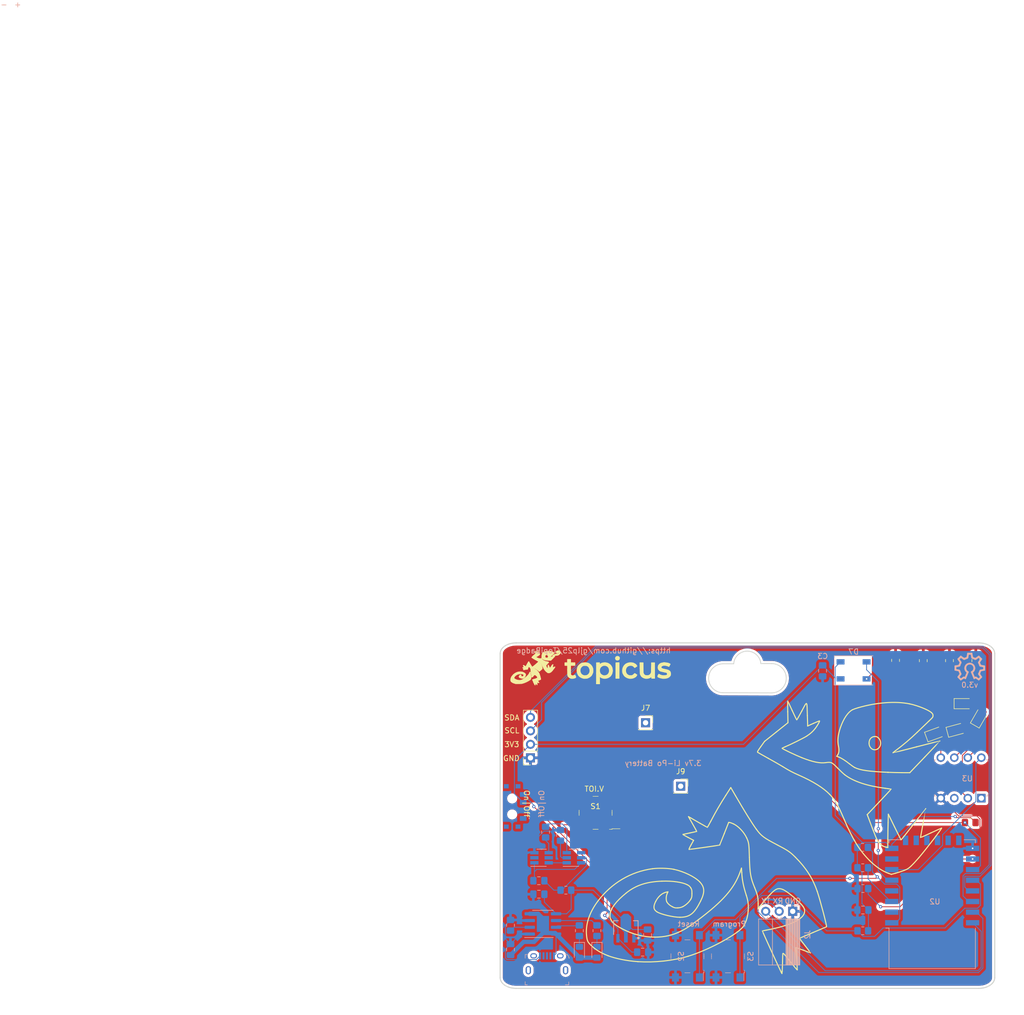
<source format=kicad_pcb>
(kicad_pcb (version 20221018) (generator pcbnew)
  (title_block (title "TopiBadge") (date "2022-02-14") (rev "v2.2") (comment 1 "Numerous circuitry fixes") (comment 2 "creativecommons.org/licenses/by/4.0") (comment 3 "License: CC BY 4.0") (comment 4 "Author: Robert Postma"))
  (layers (0 "F.Cu" signal "Top") (31 "B.Cu" signal "Bottom") (34 "B.Paste" user) (35 "F.Paste" user) (36 "B.SilkS" user "B.Silkscreen") (37 "F.SilkS" user "F.Silkscreen") (38 "B.Mask" user) (39 "F.Mask" user) (44 "Edge.Cuts" user))
  (net 0 "")
  (net 1 "GND")
  (net 2 "Net-(D1-Pad1)")
  (net 3 "Net-(D2-Pad1)")
  (net 4 "Net-(D3-Pad1)")
  (net 5 "Net-(D4-Pad1)")
  (net 6 "Net-(D5-Pad1)")
  (net 7 "3.3v")
  (net 8 "Net-(D1-Pad2)")
  (net 9 "Net-(D2-Pad2)")
  (net 10 "Net-(D3-Pad2)")
  (net 11 "Net-(D4-Pad2)")
  (net 15 "/RX")
  (net 16 "/TX")
  (net 17 "/SCL")
  (net 18 "/SDA")
  (net 20 "/BTN")
  (net 21 "Net-(R4-Pad2)")
  (net 22 "Net-(R6-Pad2)")
  (net 23 "Net-(R8-Pad1)")
  (net 25 "Net-(R9-Pad2)")
  (net 27 "/NP")
  (net 28 "/LC")
  (net 36 "Net-(D6-Pad1)")
  (net 43 "Net-(C6-Pad2)")
  (net 44 "/OC")
  (net 45 "/G2")
  (net 46 "BAT+")
  (net 47 "Net-(C5-Pad1)")
  (net 48 "Net-(R12-Pad1)")
  (net 50 "Net-(R11-Pad2)")
  (net 51 "Net-(R13-Pad2)")
  (net 52 "Net-(R10-Pad2)")
  (net 53 "/G1")
  (net 55 "BAT-")
  (net 58 "VIN")
  (footprint "LED_SMD:LED_0805_2012Metric_Pad1.15x1.40mm_HandSolder" (layer "F.Cu") (at 187.8838 78.5114 20)
    (fp_text reference "D1" hide)
    (fp_text value "LED")
  )
  (footprint "LED_SMD:LED_0805_2012Metric_Pad1.15x1.40mm_HandSolder" (layer "F.Cu") (at 191.89584 77.76972 15)
    (fp_text reference "D2" hide)
    (fp_text value "LED")
  )
  (footprint "LED_SMD:LED_0805_2012Metric_Pad1.15x1.40mm_HandSolder" (layer "F.Cu") (at 196.1896 75.3618 60)
    (fp_text reference "D3" hide)
    (fp_text value "LED")
  )
  (footprint "LED_SMD:LED_0805_2012Metric_Pad1.15x1.40mm_HandSolder" (layer "F.Cu") (at 193.23304 72.86498)
    (fp_text reference "D4" hide)
    (fp_text value "LED")
  )
  (footprint "Resistor_SMD:R_0805_2012Metric_Pad1.20x1.40mm_HandSolder" (layer "F.Cu") (at 180.3654 64.7192 90)
    (fp_text reference "R1" hide)
    (fp_text value "330R")
  )
  (footprint "Resistor_SMD:R_0805_2012Metric_Pad1.20x1.40mm_HandSolder" (layer "F.Cu") (at 185.5724 64.77 90)
    (fp_text reference "R3" hide)
    (fp_text value "330R")
  )
  (footprint "Resistor_SMD:R_0805_2012Metric_Pad1.20x1.40mm_HandSolder" (layer "F.Cu") (at 195.453 64.77 90)
    (fp_text reference "R5" hide)
    (fp_text value "330R")
  )
  (footprint "Resistor_SMD:R_0805_2012Metric_Pad1.20x1.40mm_HandSolder" (layer "F.Cu") (at 190.5 64.77 90)
    (fp_text reference "R7" hide)
    (fp_text value "330R")
  )
  (footprint "Connector_PinSocket_2.54mm:PinSocket_1x01_P2.54mm_Vertical" (layer "F.Cu") (at 133.35 76.454)
    (fp_text reference "J7")
    (fp_text value "Conn_01x01_Female")
  )
  (footprint "Connector_PinSocket_2.54mm:PinSocket_1x04_P2.54mm_Vertical" (layer "F.Cu") (at 111.7092 83.058 180)
    (fp_text reference "J3" hide)
    (fp_text value "128x32 I2C OLED" hide)
  )
  (footprint "Connector_PinSocket_2.54mm:PinSocket_1x01_P2.54mm_Vertical" (layer "F.Cu") (at 139.954 88.392)
    (fp_text reference "J9")
    (fp_text value "Conn_01x01_Female")
  )
  (footprint "digikey-footprints:Switch_Tactile_SMD_6x6mm_PTS645" (layer "F.Cu") (at 123.952 93.3958 180)
    (fp_text reference "S1")
    (fp_text value "PTS645SM43SMTR92_LFS" hide)
  )
  (footprint "Resistor_SMD:R_0805_2012Metric_Pad1.20x1.40mm_HandSolder" (layer "F.Cu") (at 194.4116 95.2246)
    (fp_text reference "R2" hide)
    (fp_text value "10k")
  )
  (footprint "digikey-footprints:USB_Micro_B_Female_10118194-0001LF" (layer "B.Cu") (at 114.808 120.307 180)
    (fp_text reference "J1" hide)
    (fp_text value "Micro USB Chargeport")
  )
  (footprint "Resistor_SMD:R_0805_2012Metric_Pad1.20x1.40mm_HandSolder" (layer "B.Cu") (at 174.2186 107.6452 180)
    (fp_text reference "R8" hide)
    (fp_text value "10k")
  )
  (footprint "Capacitor_SMD:C_0805_2012Metric_Pad1.18x1.45mm_HandSolder" (layer "B.Cu") (at 132.8 119.61 180)
    (fp_text reference "C6" hide)
    (fp_text value "47uF" hide)
  )
  (footprint "Resistor_SMD:R_0805_2012Metric_Pad1.20x1.40mm_HandSolder" (layer "B.Cu") (at 114.554 97.028 -90)
    (fp_text reference "R14" hide)
    (fp_text value "0R")
  )
  (footprint "user-footprints:MK12C02" (layer "B.Cu") (at 108.264 92.202 90)
    (fp_text reference "J5" hide)
    (fp_text value "MK-12C02" hide)
  )
  (footprint "Resistor_SMD:R_0805_2012Metric_Pad1.20x1.40mm_HandSolder" (layer "B.Cu") (at 120.904 115.57 90)
    (fp_text reference "R10" hide)
    (fp_text value "1k")
  )
  (footprint "digikey-footprints:DIP-8_W7.62mm" (layer "B.Cu") (at 196.49 90.64 90)
    (fp_text reference "U3")
    (fp_text value "ATTINY85-20PU")
  )
  (footprint "Resistor_SMD:R_0805_2012Metric_Pad1.20x1.40mm_HandSolder" (layer "B.Cu") (at 117.348 97.6395 -90)
    (fp_text reference "R13" hide)
    (fp_text value "1k")
  )
  (footprint "Custom:Holtek-HT7333-SOT89-Level_A" (layer "B.Cu") (at 129.65 115 90)
    (fp_text reference "U1" hide)
    (fp_text value "HT7333-SOT89" hide)
  )
  (footprint "Package_TO_SOT_SMD:SOT-23-6_Handsoldering" (layer "B.Cu") (at 119.888 101.854)
    (fp_text reference "U5" hide)
    (fp_text value "DW01")
  )
  (footprint "RF_Module:ESP-12E" (layer "B.Cu") (at 187.2488 110.5844)
    (fp_text reference "U2")
    (fp_text value "ESP-12E")
  )
  (footprint "user-footprints:LED_SK6812_PLCC4_5.0x5.0mm_P3.2mm_mirror" (layer "B.Cu") (at 172.466 66.5988 180)
    (fp_text reference "D7")
    (fp_text value "Neopixel / SK6812")
  )
  (footprint "Capacitor_SMD:C_0805_2012Metric_Pad1.18x1.45mm_HandSolder" (layer "B.Cu") (at 113.284 108.712 180)
    (fp_text reference "C4" hide)
    (fp_text value "10uF")
  )
  (footprint "user-footprints:OSHW" (layer "B.Cu") (at 194.31 66.04 180)
    (fp_text reference "REF**" hide)
    (fp_text value "OSHW")
  )
  (footprint "Resistor_SMD:R_0805_2012Metric_Pad1.20x1.40mm_HandSolder" (layer "B.Cu") (at 118.364 107.95 180)
    (fp_text reference "R15" hide)
    (fp_text value "100")
  )
  (footprint "Capacitor_SMD:C_0805_2012Metric_Pad1.18x1.45mm_HandSolder" (layer "B.Cu") (at 133.73 116.39 90)
    (fp_text reference "C7" hide)
    (fp_text value "10uF" hide)
  )
  (footprint "Resistor_SMD:R_0805_2012Metric_Pad1.20x1.40mm_HandSolder" (layer "B.Cu") (at 174.2 115.6 180)
    (fp_text reference "R9" hide)
    (fp_text value "10k")
  )
  (footprint "LED_SMD:LED_0805_2012Metric_Pad1.15x1.40mm_HandSolder" (layer "B.Cu") (at 120.904 119.634 -90)
    (fp_text reference "D5" hide)
    (fp_text value "RED")
  )
  (footprint "Capacitor_SMD:C_0805_2012Metric_Pad1.18x1.45mm_HandSolder" (layer "B.Cu") (at 113.284 106.172 180)
    (fp_text reference "C5" hide)
    (fp_text value "0.1uF")
  )
  (footprint "Resistor_SMD:R_0805_2012Metric_Pad1.20x1.40mm_HandSolder" (layer "B.Cu") (at 107.95 114.554 90)
    (fp_text reference "R12" hide)
    (fp_text value "10k")
  )
  (footprint "Capacitor_SMD:C_0805_2012Metric_Pad1.18x1.45mm_HandSolder" (layer "B.Cu") (at 107.95 119.126 90)
    (fp_text reference "C2" hide)
    (fp_text value "0.1uF")
  )
  (footprint "Package_TO_SOT_SMD:SOT-23-6_Handsoldering" (layer "B.Cu") (at 113.792 101.854)
    (fp_text reference "U6" hide)
    (fp_text value "FS8205A")
  )
  (footprint "digikey-footprints:Switch_Tactile_SMD_6x6mm_PTS645" (layer "B.Cu") (at 141.224 120.396 90)
    (fp_text reference "S2")
    (fp_text value "PTS645SM43SMTR92_LFS" hide)
  )
  (footprint "LED_SMD:LED_0805_2012Metric_Pad1.15x1.40mm_HandSolder" (layer "B.Cu") (at 124.206 119.634 -90)
    (fp_text reference "D6" hide)
    (fp_text value "GREEN")
  )
  (footprint "Connector_PinSocket_2.54mm:PinSocket_1x03_P2.54mm_Horizontal" (layer "B.Cu") (at 161.021 111.932 90)
    (fp_text reference "J2")
    (fp_text value "Conn_01x03")
  )
  (footprint "Resistor_SMD:R_0805_2012Metric_Pad1.20x1.40mm_HandSolder" (layer "B.Cu") (at 174.1932 103.7336)
    (fp_text reference "R4" hide)
    (fp_text value "10k")
  )
  (footprint "Package_SO:SOIC-8-1EP_3.9x4.9mm_P1.27mm_EP2.29x3mm" (layer "B.Cu") (at 114.046 114.3)
    (fp_text reference "U4" hide)
    (fp_text value "TP4056")
  )
  (footprint "Resistor_SMD:R_0805_2012Metric_Pad1.20x1.40mm_HandSolder" (layer "B.Cu") (at 174.1678 99.8982)
    (fp_text reference "R6" hide)
    (fp_text value "10k")
  )
  (footprint "Capacitor_SMD:C_0805_2012Metric_Pad1.18x1.45mm_HandSolder" (layer "B.Cu") (at 174.2186 111.6838 180)
    (fp_text reference "C1" hide)
    (fp_text value "100nF / 0.1uF")
  )
  (footprint "Capacitor_SMD:C_0805_2012Metric_Pad1.18x1.45mm_HandSolder" (layer "B.Cu") (at 166.64 66.69 90)
    (fp_text reference "C3")
    (fp_text value "100nF / 0.1uF")
  )
  (footprint "digikey-footprints:Switch_Tactile_SMD_6x6mm_PTS645" (layer "B.Cu") (at 148.844 120.396 90)
    (fp_text reference "S3")
    (fp_text value "PTS645SM43SMTR92_LFS")
  )
  (footprint "Resistor_SMD:R_0805_2012Metric_Pad1.20x1.40mm_HandSolder" (layer "B.Cu") (at 124.206 115.57 90)
    (fp_text reference "R11" hide)
    (fp_text value "1k")
  )
  (gr_curve (pts (xy 110.392413 66.182059) (xy 110.332873 66.1536) (xy 110.287487 66.12493) (xy 110.291556 66.118347)) (stroke (width 0.2)) (layer "F.SilkS"))
  (gr_line (start 124.649944 65.420474) (end 124.649944 65.638501) (stroke (width 0.2)) (layer "F.SilkS"))
  (gr_curve (pts (xy 127.884374 64.602273) (xy 127.704333 64.494355) (xy 127.668844 64.260334) (xy 127.808412 64.101372)) (stroke (width 0.2)) (layer "F.SilkS"))
  (gr_curve (pts (xy 126.804665 113.433072) (xy 127.104305 114.087614) (xy 127.655013 114.541672) (xy 129.015779 115.256203)) (stroke (width 0.2)) (layer "F.SilkS"))
  (gr_curve (pts (xy 113.627906 66.518252) (xy 113.393305 66.734993) (xy 113.349813 66.767984) (xy 113.349813 66.729183)) (stroke (width 0.2)) (layer "F.SilkS"))
  (gr_curve (pts (xy 149.918191 95.499039) (xy 149.631362 95.359613) (xy 149.302434 95.236324) (xy 149.187219 95.225061)) (stroke (width 0.2)) (layer "F.SilkS"))
  (gr_curve (pts (xy 124.405241 109.985659) (xy 126.961918 106.611369) (xy 130.607333 104.453572) (xy 134.657046 103.917397)) (stroke (width 0.2)) (layer "F.SilkS"))
  (gr_curve (pts (xy 121.737352 68.072177) (xy 121.350131 68.018779) (xy 120.974637 67.800836) (xy 120.765915 67.508339)) (stroke (width 0.2)) (layer "F.SilkS"))
  (gr_line (start 124.762048 67.725337) (end 124.667881 67.635111) (stroke (width 0.2)) (layer "F.SilkS"))
  (gr_curve (pts (xy 152.8771 101.800669) (xy 152.80941 99.266015) (xy 152.770404 98.986769) (xy 152.361039 98.107348)) (stroke (width 0.2)) (layer "F.SilkS"))
  (gr_line (start 180.368377 104.760676) (end 179.57023 104.974523) (stroke (width 0.2)) (layer "F.SilkS"))
  (gr_curve (pts (xy 150.257804 90.167489) (xy 151.909042 93.019112) (xy 153.388345 95.403809) (xy 154.166202 96.467992)) (stroke (width 0.2)) (layer "F.SilkS"))
  (gr_line (start 119.213509 65.633961) (end 119.218906 66.490439) (stroke (width 0.2)) (layer "F.SilkS"))
  (gr_line (start 121.737352 68.072177) (end 121.737352 68.072177) (stroke (width 0.2)) (layer "F.SilkS"))
  (gr_curve (pts (xy 132.930713 67.215678) (xy 133.061097 67.490895) (xy 133.281734 67.62343) (xy 133.611394 67.624562)) (stroke (width 0.2)) (layer "F.SilkS"))
  (gr_curve (pts (xy 177.092867 79.26751) (xy 176.884728 79.084732) (xy 176.774479 79.044215) (xy 176.4855 79.044215)) (stroke (width 0.2)) (layer "F.SilkS"))
  (gr_line (start 124.667881 69.095728) (end 124.407717 69.095728) (stroke (width 0.2)) (layer "F.SilkS"))
  (gr_curve (pts (xy 131.912861 121.398741) (xy 129.938946 121.272353) (xy 127.715752 120.83046) (xy 126.296985 120.282529)) (stroke (width 0.2)) (layer "F.SilkS"))
  (gr_curve (pts (xy 133.611394 67.624562) (xy 134.023911 67.625885) (xy 134.295562 67.451173) (xy 134.439665 67.09157)) (stroke (width 0.2)) (layer "F.SilkS"))
  (gr_curve (pts (xy 162.729519 74.246823) (xy 163.784869 72.26906) (xy 163.69376 72.194637) (xy 163.778021 75.103309)) (stroke (width 0.2)) (layer "F.SilkS"))
  (gr_curve (pts (xy 116.23763 63.947781) (xy 116.23763 63.956116) (xy 116.231571 63.965614) (xy 116.224189 63.968895)) (stroke (width 0.2)) (layer "F.SilkS"))
  (gr_curve (pts (xy 136.815764 65.191035) (xy 137.082173 65.179764) (xy 137.299169 65.200958) (xy 137.526938 65.260499)) (stroke (width 0.2)) (layer "F.SilkS"))
  (gr_curve (pts (xy 113.006301 68.582868) (xy 113.014662 68.588027) (xy 113.071862 68.657353) (xy 113.133399 68.7369)) (stroke (width 0.2)) (layer "F.SilkS"))
  (gr_curve (pts (xy 153.865764 107.476714) (xy 153.10016 105.619076) (xy 152.957143 104.798004) (xy 152.8771 101.800669)) (stroke (width 0.2)) (layer "F.SilkS"))
  (gr_curve (pts (xy 116.965647 63.653289) (xy 116.860674 63.722988) (xy 116.85893 63.72342) (xy 116.669922 63.726489)) (stroke (width 0.2)) (layer "F.SilkS"))
  (gr_curve (pts (xy 112.184121 65.940756) (xy 112.319675 65.852036) (xy 112.882468 65.385144) (xy 113.035495 65.234458)) (stroke (width 0.2)) (layer "F.SilkS"))
  (gr_curve (pts (xy 138.417812 111.08439) (xy 138.824145 111.284479) (xy 138.928577 111.305228) (xy 139.40722 111.280926)) (stroke (width 0.2)) (layer "F.SilkS"))
  (gr_curve (pts (xy 111.412816 65.0722) (xy 111.429564 65.10001) (xy 111.514238 65.243838) (xy 111.600956 65.391817)) (stroke (width 0.2)) (layer "F.SilkS"))
  (gr_curve (pts (xy 115.910555 65.534253) (xy 115.913994 65.537692) (xy 115.89169 65.671399) (xy 115.860987 65.831401)) (stroke (width 0.2)) (layer "F.SilkS"))
  (gr_poly (pts (xy 119.2149 65.17386) (xy 119.99468 65.21704) (xy 120.00738 65.22974) (xy 120.05056 65.61328) (xy 119.24284 65.62598) (xy 119.18696 66.95694) (xy 119.24284 67.48272) (xy 119.56796 67.65036) (xy 120.05056 67.52336) (xy 120.16486 67.9069) (xy 119.75338 68.06184) (xy 119.1006 68.00596) (xy 118.74754 67.62242) (xy 118.73484 65.66916) (xy 118.237 65.66916) (xy 118.19636 65.21704) (xy 118.70436 65.22974) (xy 118.7196 64.60744) (xy 119.19966 64.55156)) (stroke (width 0.1)) (fill solid) (layer "F.SilkS"))
  (gr_line (start 132.856013 65.212511) (end 132.864983 66.15419) (stroke (width 0.2)) (layer "F.SilkS"))
  (gr_curve (pts (xy 116.933762 63.055526) (xy 116.841102 63.064416) (xy 116.752941 63.114841) (xy 116.74317 63.164508)) (stroke (width 0.2)) (layer "F.SilkS"))
  (gr_curve (pts (xy 131.500777 67.731952) (xy 131.24933 67.983398) (xy 130.784791 68.127596) (xy 130.38074 68.07962)) (stroke (width 0.2)) (layer "F.SilkS"))
  (gr_curve (pts (xy 111.127407 66.354369) (xy 111.118014 66.36482) (xy 110.488906 66.459051) (xy 110.428608 66.459051)) (stroke (width 0.2)) (layer "F.SilkS"))
  (gr_curve (pts (xy 112.130125 68.381747) (xy 112.130125 68.372672) (xy 112.200399 68.351296) (xy 112.286288 68.334239)) (stroke (width 0.2)) (layer "F.SilkS"))
  (gr_curve (pts (xy 162.991963 119.236536) (xy 162.246243 118.943169) (xy 161.625074 118.734173) (xy 161.611592 118.772101)) (stroke (width 0.2)) (layer "F.SilkS"))
  (gr_curve (pts (xy 126.296985 120.282529) (xy 124.924253 119.752382) (xy 123.991337 119.183851) (xy 123.10294 118.336034)) (stroke (width 0.2)) (layer "F.SilkS"))
  (gr_curve (pts (xy 165.290232 77.48025) (xy 164.84562 78.06613) (xy 164.36054 78.506294) (xy 163.651527 78.967204)) (stroke (width 0.2)) (layer "F.SilkS"))
  (gr_curve (pts (xy 159.035235 81.266634) (xy 159.033735 81.358964) (xy 161.57902 82.568356) (xy 162.740676 83.027274)) (stroke (width 0.2)) (layer "F.SilkS"))
  (gr_curve (pts (xy 184.727386 101.856445) (xy 184.235639 102.4304) (xy 183.578633 103.137142) (xy 183.26737 103.426982)) (stroke (width 0.2)) (layer "F.SilkS"))
  (gr_curve (pts (xy 115.806414 65.65721) (xy 115.86026 65.586153) (xy 115.907123 65.530821) (xy 115.910555 65.534253)) (stroke (width 0.2)) (layer "F.SilkS"))
  (gr_line (start 112.441305 63.726399) (end 112.713069 63.505366) (stroke (width 0.2)) (layer "F.SilkS"))
  (gr_curve (pts (xy 112.708095 63.256231) (xy 112.705264 63.11474) (xy 112.709947 63.014675) (xy 112.718651 63.024636)) (stroke (width 0.2)) (layer "F.SilkS"))
  (gr_line (start 113.214431 65.058262) (end 113.286612 65.090472) (stroke (width 0.2)) (layer "F.SilkS"))
  (gr_curve (pts (xy 113.349823 66.729183) (xy 113.349823 66.693618) (xy 113.010852 66.375988) (xy 112.920486 66.326876)) (stroke (width 0.2)) (layer "F.SilkS"))
  (gr_line (start 178.895765 99.928103) (end 178.905165 98.372529) (stroke (width 0.2)) (layer "F.SilkS"))
  (gr_curve (pts (xy 154.526981 110.487063) (xy 154.526981 109.341469) (xy 154.404524 108.783939) (xy 153.865764 107.476714)) (stroke (width 0.2)) (layer "F.SilkS"))
  (gr_line (start 175.029138 93.738796) (end 175.15836 94.068598) (stroke (width 0.2)) (layer "F.SilkS"))
  (gr_curve (pts (xy 109.94479 67.739114) (xy 109.978683 67.773004) (xy 110.040047 67.810813) (xy 110.081159 67.82313)) (stroke (width 0.2)) (layer "F.SilkS"))
  (gr_line (start 119.21513 64.889587) (end 119.21513 65.203481) (stroke (width 0.2)) (layer "F.SilkS"))
  (gr_line (start 111.303334 65.150404) (end 111.382346 65.021635) (stroke (width 0.2)) (layer "F.SilkS"))
  (gr_curve (pts (xy 137.400176 108.626873) (xy 137.200276 109.074317) (xy 137.178317 109.830865) (xy 137.355726 110.160141)) (stroke (width 0.2)) (layer "F.SilkS"))
  (gr_curve (pts (xy 115.098267 64.664466) (xy 114.479113 64.64031) (xy 114.316992 64.605647) (xy 114.139039 64.459322)) (stroke (width 0.2)) (layer "F.SilkS"))
  (gr_line (start 134.5331 67.84744) (end 134.5331 67.639395) (stroke (width 0.2)) (layer "F.SilkS"))
  (gr_curve (pts (xy 124.704086 66.935659) (xy 124.840344 67.468424) (xy 125.384283 67.756121) (xy 125.935114 67.586772)) (stroke (width 0.2)) (layer "F.SilkS"))
  (gr_curve (pts (xy 159.170766 119.876796) (xy 159.143926 119.971966) (xy 159.115316 120.659971) (xy 159.106926 121.405694)) (stroke (width 0.2)) (layer "F.SilkS"))
  (gr_curve (pts (xy 158.870902 123.411785) (xy 158.567784 122.852634) (xy 155.293549 115.667597) (xy 155.326725 115.63442)) (stroke (width 0.2)) (layer "F.SilkS"))
  (gr_curve (pts (xy 113.188406 64.380206) (xy 113.338793 64.432405) (xy 113.381399 64.439462) (xy 113.551198 64.440295)) (stroke (width 0.2)) (layer "F.SilkS"))
  (gr_curve (pts (xy 170.723644 94.69157) (xy 169.524612 91.877231) (xy 169.040258 91.038214) (xy 167.980286 89.939426)) (stroke (width 0.2)) (layer "F.SilkS"))
  (gr_curve (pts (xy 129.589461 66.889624) (xy 129.706521 67.354867) (xy 130.056363 67.6296) (xy 130.533204 67.630746)) (stroke (width 0.2)) (layer "F.SilkS"))
  (gr_curve (pts (xy 130.38074 68.07962) (xy 129.782961 68.008642) (xy 129.346385 67.69156) (xy 129.149779 67.185581)) (stroke (width 0.2)) (layer "F.SilkS"))
  (gr_curve (pts (xy 119.419648 68.074558) (xy 119.056814 68.016797) (xy 118.825632 67.81702) (xy 118.739658 67.486945)) (stroke (width 0.2)) (layer "F.SilkS"))
  (gr_curve (pts (xy 110.723253 67.304334) (xy 110.766216 67.387416) (xy 110.755381 67.512702) (xy 110.693977 67.642888)) (stroke (width 0.2)) (layer "F.SilkS"))
  (gr_curve (pts (xy 156.083417 115.465778) (xy 157.991825 115.116739) (xy 159.724459 114.633522) (xy 160.953202 114.107597)) (stroke (width 0.2)) (layer "F.SilkS"))
  (gr_line (start 114.96842 66.983503) (end 114.968407 66.983384) (stroke (width 0.2)) (layer "F.SilkS"))
  (gr_curve (pts (xy 112.224293 64.316409) (xy 112.103445 64.249621) (xy 112.004567 64.191296) (xy 112.004567 64.186798)) (stroke (width 0.2)) (layer "F.SilkS"))
  (gr_line (start 137.285013 108.320131) (end 137.559294 108.270691) (stroke (width 0.2)) (layer "F.SilkS"))
  (gr_curve (pts (xy 113.883028 64.577929) (xy 114.052761 64.74418) (xy 114.149905 64.810879) (xy 114.323625 64.88044)) (stroke (width 0.2)) (layer "F.SilkS"))
  (gr_line (start 157.928401 78.201392) (end 160.127901 76.442441) (stroke (width 0.2)) (layer "F.SilkS"))
  (gr_curve (pts (xy 112.592612 69.077964) (xy 112.585547 69.19133) (xy 112.577478 69.299709) (xy 112.574673 69.318804)) (stroke (width 0.2)) (layer "F.SilkS"))
  (gr_curve (pts (xy 112.822286 63.243431) (xy 112.870742 63.354119) (xy 112.914425 63.444916) (xy 112.919357 63.445202)) (stroke (width 0.2)) (layer "F.SilkS"))
  (gr_line (start 134.75731 65.212511) (end 135.008424 65.212511) (stroke (width 0.2)) (layer "F.SilkS"))
  (gr_curve (pts (xy 180.172363 96.046271) (xy 180.813972 97.356951) (xy 181.359967 98.454231) (xy 181.385679 98.484664)) (stroke (width 0.2)) (layer "F.SilkS"))
  (gr_curve (pts (xy 122.362112 65.704679) (xy 122.22255 65.644722) (xy 122.214218 65.64342) (xy 121.968418 65.643224)) (stroke (width 0.2)) (layer "F.SilkS"))
  (gr_curve (pts (xy 144.964379 96.120755) (xy 144.996879 96.120755) (xy 145.30276 95.584822) (xy 145.644354 94.929796)) (stroke (width 0.2)) (layer "F.SilkS"))
  (gr_curve (pts (xy 117.118942 63.195555) (xy 117.08385 63.078434) (xy 117.040051 63.045313) (xy 116.933762 63.055526)) (stroke (width 0.2)) (layer "F.SilkS"))
  (gr_line (start 120.022285 65.633961) (end 119.617895 65.633961) (stroke (width 0.2)) (layer "F.SilkS"))
  (gr_line (start 118.470757 65.633961) (end 118.228612 65.633961) (stroke (width 0.2)) (layer "F.SilkS"))
  (gr_curve (pts (xy 185.551448 95.296194) (xy 185.277432 96.777561) (xy 185.052992 98.011981) (xy 185.052709 98.039349)) (stroke (width 0.2)) (layer "F.SilkS"))
  (gr_curve (pts (xy 112.928278 69.271653) (xy 112.925527 69.274669) (xy 112.851761 69.185965) (xy 112.764358 69.074504)) (stroke (width 0.2)) (layer "F.SilkS"))
  (gr_curve (pts (xy 143.596549 95.365761) (xy 144.316451 95.781006) (xy 144.931977 96.120755) (xy 144.964379 96.120755)) (stroke (width 0.2)) (layer "F.SilkS"))
  (gr_curve (pts (xy 120.640383 65.965883) (xy 120.782332 65.675022) (xy 120.974237 65.482783) (xy 121.268885 65.336291)) (stroke (width 0.2)) (layer "F.SilkS"))
  (gr_line (start 124.156684 65.212448) (end 124.403316 65.207447) (stroke (width 0.2)) (layer "F.SilkS"))
  (gr_curve (pts (xy 183.727285 95.5714) (xy 184.989459 93.938671) (xy 186.028337 92.6028) (xy 186.035911 92.6028)) (stroke (width 0.2)) (layer "F.SilkS"))
  (gr_curve (pts (xy 109.800087 67.500581) (xy 109.897615 67.445768) (xy 109.903761 67.450398) (xy 109.892868 67.570508)) (stroke (width 0.2)) (layer "F.SilkS"))
  (gr_curve (pts (xy 178.405904 88.780305) (xy 179.000099 88.856085) (xy 179.499514 88.931297) (xy 179.515713 88.947511)) (stroke (width 0.2)) (layer "F.SilkS"))
  (gr_curve (pts (xy 123.404219 66.97034) (xy 123.368101 67.151183) (xy 123.230629 67.435843) (xy 123.112106 67.575215)) (stroke (width 0.2)) (layer "F.SilkS"))
  (gr_curve (pts (xy 137.355726 110.160141) (xy 137.545119 110.511713) (xy 137.923521 110.841004) (xy 138.417812 111.08439)) (stroke (width 0.2)) (layer "F.SilkS"))
  (gr_curve (pts (xy 113.282847 68.408282) (xy 113.018755 68.518124) (xy 112.960772 68.554729) (xy 113.006301 68.582868)) (stroke (width 0.2)) (layer "F.SilkS"))
  (gr_curve (pts (xy 136.465924 66.311895) (xy 136.546386 66.346355) (xy 136.793526 66.404351) (xy 137.133915 66.46865)) (stroke (width 0.2)) (layer "F.SilkS"))
  (gr_curve (pts (xy 122.120688 67.62443) (xy 122.487088 67.576887) (xy 122.802591 67.28428) (xy 122.893645 66.907562)) (stroke (width 0.2)) (layer "F.SilkS"))
  (gr_line (start 136.613749 68.078752) (end 136.613749 68.078752) (stroke (width 0.2)) (layer "F.SilkS"))
  (gr_line (start 124.407717 69.095728) (end 124.147556 69.095728) (stroke (width 0.2)) (layer "F.SilkS"))
  (gr_curve (pts (xy 133.344823 68.073746) (xy 133.05348 68.036982) (xy 132.742645 67.877996) (xy 132.599664 67.692616)) (stroke (width 0.2)) (layer "F.SilkS"))
  (gr_line (start 131.507143 65.910744) (end 131.324163 66.030201) (stroke (width 0.2)) (layer "F.SilkS"))
  (gr_curve (pts (xy 111.746691 67.541912) (xy 111.788781 67.668293) (xy 111.792874 67.702858) (xy 111.784947 67.86496)) (stroke (width 0.2)) (layer "F.SilkS"))
  (gr_line (start 155.02795 80.938768) (end 155.728897 79.960346) (stroke (width 0.2)) (layer "F.SilkS"))
  (gr_curve (pts (xy 116.278857 65.975692) (xy 116.300446 65.974633) (xy 115.94204 66.44089) (xy 115.74646 66.668416)) (stroke (width 0.2)) (layer "F.SilkS"))
  (gr_curve (pts (xy 152.301771 108.942853) (xy 152.641891 109.995765) (xy 152.73639 110.80017) (xy 152.646615 111.877993)) (stroke (width 0.2)) (layer "F.SilkS"))
  (gr_poly (pts (xy 128.43256 64.16802) (xy 128.38938 64.43726) (xy 128.17856 64.63538) (xy 127.78232 64.56426) (xy 127.7239 64.32296) (xy 127.92202 64.05372) (xy 127.92202 64.02578) (xy 128.2192 63.99784)) (stroke (width 0.1)) (fill solid) (layer "F.SilkS"))
  (gr_curve (pts (xy 110.081159 67.82313) (xy 110.145133 67.842286) (xy 110.167477 67.841095) (xy 110.236197 67.814875)) (stroke (width 0.2)) (layer "F.SilkS"))
  (gr_curve (pts (xy 115.202376 65.953131) (xy 115.279145 66.113106) (xy 115.345031 66.243995) (xy 115.348786 66.243995)) (stroke (width 0.2)) (layer "F.SilkS"))
  (gr_line (start 128.326974 66.629033) (end 128.326974 68.055495) (stroke (width 0.2)) (layer "F.SilkS"))
  (gr_curve (pts (xy 136.456081 65.707272) (xy 136.162399 65.851176) (xy 136.16782 66.184226) (xy 136.465924 66.311895)) (stroke (width 0.2)) (layer "F.SilkS"))
  (gr_line (start 118.712903 65.203481) (end 118.712903 64.889587) (stroke (width 0.2)) (layer "F.SilkS"))
  (gr_curve (pts (xy 114.224311 66.18948) (xy 114.188706 66.12503) (xy 114.099788 65.934409) (xy 114.026718 65.76588)) (stroke (width 0.2)) (layer "F.SilkS"))
  (gr_line (start 134.439665 67.09157) (end 134.488258 66.970311) (stroke (width 0.2)) (layer "F.SilkS"))
  (gr_line (start 178.657579 99.884263) (end 178.895765 99.928103) (stroke (width 0.2)) (layer "F.SilkS"))
  (gr_curve (pts (xy 159.169662 107.825776) (xy 158.32891 107.474469) (xy 157.8523 107.644397) (xy 156.898283 108.635457)) (stroke (width 0.2)) (layer "F.SilkS"))
  (gr_line (start 111.382346 65.021635) (end 111.412816 65.0722) (stroke (width 0.2)) (layer "F.SilkS"))
  (gr_curve (pts (xy 137.941069 65.436584) (xy 137.941069 65.447538) (xy 137.748847 65.809417) (xy 137.732342 65.829528)) (stroke (width 0.2)) (layer "F.SilkS"))
  (gr_curve (pts (xy 108.145252 67.921465) (xy 108.23356 67.738524) (xy 108.341576 67.595953) (xy 108.523668 67.421981)) (stroke (width 0.2)) (layer "F.SilkS"))
  (gr_curve (pts (xy 135.783447 66.338068) (xy 135.750533 66.266315) (xy 135.744318 66.220132) (xy 135.74409 66.045714)) (stroke (width 0.2)) (layer "F.SilkS"))
  (gr_line (start 120.022285 65.203481) (end 120.022285 65.41872) (stroke (width 0.2)) (layer "F.SilkS"))
  (gr_curve (pts (xy 186.035911 92.6028) (xy 186.043511 92.6028) (xy 185.825467 93.814827) (xy 185.551448 95.296194)) (stroke (width 0.2)) (layer "F.SilkS"))
  (gr_curve (pts (xy 116.74317 63.164508) (xy 116.734623 63.207924) (xy 116.815324 63.220857) (xy 116.881438 63.18668)) (stroke (width 0.2)) (layer "F.SilkS"))
  (gr_curve (pts (xy 114.569532 65.660663) (xy 114.569532 65.697014) (xy 114.767591 66.212377) (xy 114.805426 66.27448)) (stroke (width 0.2)) (layer "F.SilkS"))
  (gr_curve (pts (xy 109.892868 67.570508) (xy 109.883502 67.673915) (xy 109.885222 67.679548) (xy 109.94479 67.739114)) (stroke (width 0.2)) (layer "F.SilkS"))
  (gr_curve (pts (xy 186.617968 76.149286) (xy 186.187835 76.552376) (xy 185.206065 77.494325) (xy 184.436262 78.242506)) (stroke (width 0.2)) (layer "F.SilkS"))
  (gr_curve (pts (xy 151.500012 115.0539) (xy 149.927611 116.671947) (xy 144.939066 119.29343) (xy 141.371581 120.376401)) (stroke (width 0.2)) (layer "F.SilkS"))
  (gr_curve (pts (xy 113.884816 64.22861) (xy 113.907518 64.183118) (xy 113.908444 64.154635) (xy 113.890769 64.047841)) (stroke (width 0.2)) (layer "F.SilkS"))
  (gr_line (start 128.066783 68.055495) (end 127.806592 68.055495) (stroke (width 0.2)) (layer "F.SilkS"))
  (gr_curve (pts (xy 129.015779 115.256203) (xy 130.962206 116.278263) (xy 132.988682 116.787082) (xy 135.116315 116.78797)) (stroke (width 0.2)) (layer "F.SilkS"))
  (gr_line (start 115.051336 65.832057) (end 115.062792 65.662263) (stroke (width 0.2)) (layer "F.SilkS"))
  (gr_curve (pts (xy 113.149579 68.843956) (xy 112.963955 68.771082) (xy 112.913652 68.754665) (xy 112.904386 68.76393)) (stroke (width 0.2)) (layer "F.SilkS"))
  (gr_curve (pts (xy 137.491645 67.402887) (xy 137.565578 67.250161) (xy 137.526501 67.105257) (xy 137.387854 67.018021)) (stroke (width 0.2)) (layer "F.SilkS"))
  (gr_line (start 112.713069 63.505366) (end 112.708095 63.256231) (stroke (width 0.2)) (layer "F.SilkS"))
  (gr_poly (pts (xy 128.34874 68.07708) (xy 127.76708 68.08978) (xy 127.76708 65.2018) (xy 128.36144 65.17386)) (stroke (width 0.1)) (fill solid) (layer "F.SilkS"))
  (gr_curve (pts (xy 181.385679 98.484664) (xy 181.411379 98.515274) (xy 182.465116 97.20413) (xy 183.727285 95.5714)) (stroke (width 0.2)) (layer "F.SilkS"))
  (gr_curve (pts (xy 112.993419 64.73879) (xy 112.868821 64.682074) (xy 112.694236 64.591155) (xy 112.605449 64.536754)) (stroke (width 0.2)) (layer "F.SilkS"))
  (gr_line (start 124.147556 69.095728) (end 124.152132 67.154099) (stroke (width 0.2)) (layer "F.SilkS"))
  (gr_curve (pts (xy 172.666163 84.870142) (xy 172.484783 84.778222) (xy 172.042352 84.467614) (xy 171.683013 84.179921)) (stroke (width 0.2)) (layer "F.SilkS"))
  (gr_line (start 151.388981 103.799906) (end 151.437211 104.632525) (stroke (width 0.2)) (layer "F.SilkS"))
  (gr_poly (pts (xy 111.74476 65.67424) (xy 112.24006 66.21018) (xy 112.8776 66.59372) (xy 113.32972 67.31508) (xy 113.6269 68.2498) (xy 113.64214 68.2498) (xy 113.03254 68.47586) (xy 113.04778 68.80352) (xy 112.5093 69.18452) (xy 112.15624 68.3768) (xy 113.04778 68.06692) (xy 113.01984 67.69862) (xy 112.45342 67.35826) (xy 112.014 67.82562) (xy 111.81588 66.2686) (xy 111.57458 65.95618) (xy 111.2774 65.87236) (xy 111.07928 66.35242) (xy 110.44174 66.43878) (xy 110.5408 66.0273) (xy 110.4138 65.70218) (xy 110.86592 65.88506) (xy 111.34852 64.99352)) (stroke (width 0.1)) (fill solid) (layer "F.SilkS"))
  (gr_curve (pts (xy 141.696697 97.183797) (xy 142.379416 97.040893) (xy 142.948704 96.913258) (xy 142.961785 96.900181)) (stroke (width 0.2)) (layer "F.SilkS"))
  (gr_curve (pts (xy 154.426986 82.009009) (xy 154.343986 81.932819) (xy 154.446266 81.750754) (xy 155.02795 80.938768)) (stroke (width 0.2)) (layer "F.SilkS"))
  (gr_curve (pts (xy 108.036257 68.485901) (xy 108.011439 68.311765) (xy 108.047846 68.123255) (xy 108.145252 67.921465)) (stroke (width 0.2)) (layer "F.SilkS"))
  (gr_curve (pts (xy 112.605449 64.536754) (xy 112.516661 64.482351) (xy 112.345142 64.383196) (xy 112.224293 64.316409)) (stroke (width 0.2)) (layer "F.SilkS"))
  (gr_curve (pts (xy 122.246269 116.37878) (xy 122.058804 114.32201) (xy 122.813977 112.085799) (xy 124.405241 109.985659)) (stroke (width 0.2)) (layer "F.SilkS"))
  (gr_curve (pts (xy 113.633787 65.123527) (xy 113.504758 65.007517) (xy 113.257783 64.859134) (xy 112.993419 64.73879)) (stroke (width 0.2)) (layer "F.SilkS"))
  (gr_curve (pts (xy 121.798013 67.623404) (xy 121.958734 67.644094) (xy 121.96882 67.644147) (xy 122.120683 67.624462)) (stroke (width 0.2)) (layer "F.SilkS"))
  (gr_curve (pts (xy 127.808412 64.101372) (xy 127.95261 63.93714) (xy 128.241212 63.953859) (xy 128.359976 64.133326)) (stroke (width 0.2)) (layer "F.SilkS"))
  (gr_curve (pts (xy 112.574673 69.318804) (xy 112.571869 69.337907) (xy 112.470697 69.138586) (xy 112.349849 68.875881)) (stroke (width 0.2)) (layer "F.SilkS"))
  (gr_curve (pts (xy 164.952418 76.556201) (xy 165.567136 76.277915) (xy 166.070085 76.081829) (xy 166.070085 76.120493)) (stroke (width 0.2)) (layer "F.SilkS"))
  (gr_curve (pts (xy 152.646615 111.877993) (xy 152.532284 113.250521) (xy 152.106558 114.429745) (xy 151.500012 115.0539)) (stroke (width 0.2)) (layer "F.SilkS"))
  (gr_line (start 132.864983 66.15419) (end 132.873952 67.095869) (stroke (width 0.2)) (layer "F.SilkS"))
  (gr_line (start 119.21513 64.575696) (end 119.21513 64.889587) (stroke (width 0.2)) (layer "F.SilkS"))
  (gr_curve (pts (xy 121.028763 66.383796) (xy 121.003098 66.506076) (xy 121.003151 66.753567) (xy 121.028906 66.875289)) (stroke (width 0.2)) (layer "F.SilkS"))
  (gr_curve (pts (xy 141.536956 100.28126) (xy 141.479736 100.26879) (xy 141.619956 99.948472) (xy 141.914379 99.418809)) (stroke (width 0.2)) (layer "F.SilkS"))
  (gr_line (start 119.419638 68.074558) (end 119.419638 68.074558) (stroke (width 0.2)) (layer "F.SilkS"))
  (gr_line (start 118.228612 65.41872) (end 118.228612 65.203481) (stroke (width 0.2)) (layer "F.SilkS"))
  (gr_curve (pts (xy 179.875404 82.100417) (xy 179.889014 82.114027) (xy 181.874918 81.615409) (xy 184.288615 80.992471)) (stroke (width 0.2)) (layer "F.SilkS"))
  (gr_line (start 124.649944 65.202446) (end 124.649944 65.420474) (stroke (width 0.2)) (layer "F.SilkS"))
  (gr_line (start 119.617895 65.633961) (end 119.213509 65.633961) (stroke (width 0.2)) (layer "F.SilkS"))
  (gr_curve (pts (xy 182.954782 72.891957) (xy 184.455043 73.194319) (xy 186.512947 74.011472) (xy 187.09229 74.534872)) (stroke (width 0.2)) (layer "F.SilkS"))
  (gr_curve (pts (xy 111.61514 68.324092) (xy 111.29892 68.602439) (xy 110.557174 68.944635) (xy 110.07637 69.033988)) (stroke (width 0.2)) (layer "F.SilkS"))
  (gr_line (start 158.995126 123.641028) (end 158.870902 123.411785) (stroke (width 0.2)) (layer "F.SilkS"))
  (gr_curve (pts (xy 131.696336 65.785678) (xy 131.692923 65.788748) (xy 131.607783 65.84504) (xy 131.507143 65.910744)) (stroke (width 0.2)) (layer "F.SilkS"))
  (gr_curve (pts (xy 129.67436 65.425181) (xy 129.947233 65.248659) (xy 130.238931 65.175885) (xy 130.61392 65.190779)) (stroke (width 0.2)) (layer "F.SilkS"))
  (gr_line (start 112.220396 66.020422) (end 112.140267 65.969458) (stroke (width 0.2)) (layer "F.SilkS"))
  (gr_curve (pts (xy 111.757158 66.201249) (xy 111.727212 66.137259) (xy 111.670046 66.049465) (xy 111.630121 66.006153)) (stroke (width 0.2)) (layer "F.SilkS"))
  (gr_line (start 137.559294 108.270691) (end 137.400176 108.626873) (stroke (width 0.2)) (layer "F.SilkS"))
  (gr_curve (pts (xy 125.582667 65.63785) (xy 125.398938 65.644888) (xy 125.360814 65.652297) (xy 125.233817 65.705793)) (stroke (width 0.2)) (layer "F.SilkS"))
  (gr_curve (pts (xy 125.930486 65.677525) (xy 125.801766 65.634265) (xy 125.770249 65.630672) (xy 125.582667 65.63785)) (stroke (width 0.2)) (layer "F.SilkS"))
  (gr_line (start 118.964017 64.575696) (end 119.21513 64.575696) (stroke (width 0.2)) (layer "F.SilkS"))
  (gr_line (start 185.877446 82.876584) (end 183.036624 85.852199) (stroke (width 0.2)) (layer "F.SilkS"))
  (gr_curve (pts (xy 130.533204 67.630746) (xy 130.826381 67.63154) (xy 131.022921 67.549275) (xy 131.212334 67.346792)) (stroke (width 0.2)) (layer "F.SilkS"))
  (gr_curve (pts (xy 120.065631 67.53684) (xy 120.069653 67.540888) (xy 120.106171 67.619787) (xy 120.146787 67.712145)) (stroke (width 0.2)) (layer "F.SilkS"))
  (gr_curve (pts (xy 113.367997 63.611538) (xy 113.259934 63.762448) (xy 113.129338 63.845554) (xy 112.650304 64.068251)) (stroke (width 0.2)) (layer "F.SilkS"))
  (gr_line (start 125.935114 67.586772) (end 125.935114 67.586772) (stroke (width 0.2)) (layer "F.SilkS"))
  (gr_curve (pts (xy 112.004567 64.186798) (xy 112.004567 64.1823) (xy 112.041688 64.1266) (xy 112.087054 64.063023)) (stroke (width 0.2)) (layer "F.SilkS"))
  (gr_curve (pts (xy 131.202219 65.906302) (xy 131.007596 65.708555) (xy 130.823261 65.634054) (xy 130.528626 65.634054)) (stroke (width 0.2)) (layer "F.SilkS"))
  (gr_curve (pts (xy 110.46189 66.360616) (xy 110.492864 66.306476) (xy 110.514261 66.255793) (xy 110.509438 66.24799)) (stroke (width 0.2)) (layer "F.SilkS"))
  (gr_curve (pts (xy 110.236197 67.814875) (xy 110.341512 67.774653) (xy 110.456402 67.658598) (xy 110.480873 67.567719)) (stroke (width 0.2)) (layer "F.SilkS"))
  (gr_curve (pts (xy 111.188841 67.62982) (xy 111.34653 67.470477) (xy 111.520729 67.21771) (xy 111.574204 67.070654)) (stroke (width 0.2)) (layer "F.SilkS"))
  (gr_curve (pts (xy 117.099696 62.974043) (xy 117.176311 63.038508) (xy 117.313852 63.229109) (xy 117.313852 63.270813)) (stroke (width 0.2)) (layer "F.SilkS"))
  (gr_curve (pts (xy 112.771185 66.539426) (xy 112.933512 66.663759) (xy 113.190589 66.98635) (xy 113.300746 67.203944)) (stroke (width 0.2)) (layer "F.SilkS"))
  (gr_curve (pts (xy 136.135036 66.680021) (xy 135.985679 66.607445) (xy 135.843642 66.469304) (xy 135.783447 66.338068)) (stroke (width 0.2)) (layer "F.SilkS"))
  (gr_curve (pts (xy 112.919357 63.445202) (xy 112.924278 63.445467) (xy 112.976755 63.354924) (xy 113.035945 63.243949)) (stroke (width 0.2)) (layer "F.SilkS"))
  (gr_curve (pts (xy 135.811249 65.702081) (xy 135.970952 65.378802) (xy 136.296855 65.212999) (xy 136.815764 65.191035)) (stroke (width 0.2)) (layer "F.SilkS"))
  (gr_line (start 112.569588 64.105777) (end 112.793798 64.213418) (stroke (width 0.2)) (layer "F.SilkS"))
  (gr_curve (pts (xy 167.381809 114.838481) (xy 167.365939 114.852841) (xy 166.23137 115.334094) (xy 164.860852 115.908061)) (stroke (width 0.2)) (layer "F.SilkS"))
  (gr_curve (pts (xy 145.644354 94.929796) (xy 146.56296 93.168234) (xy 147.357478 91.797883) (xy 148.424824 90.13415)) (stroke (width 0.2)) (layer "F.SilkS"))
  (gr_curve (pts (xy 113.18929 63.571311) (xy 113.19683 63.571311) (xy 113.256216 63.547419) (xy 113.321259 63.518251)) (stroke (width 0.2)) (layer "F.SilkS"))
  (gr_curve (pts (xy 125.935124 67.586772) (xy 126.14864 67.521129) (xy 126.347239 67.35228) (xy 126.459859 67.140647)) (stroke (width 0.2)) (layer "F.SilkS"))
  (gr_line (start 169.303683 82.765451) (end 169.486953 82.488525) (stroke (width 0.2)) (layer "F.SilkS"))
  (gr_line (start 128.071374 65.207545) (end 128.326974 65.202572) (stroke (width 0.2)) (layer "F.SilkS"))
  (gr_curve (pts (xy 110.291556 66.118347) (xy 110.295631 66.111759) (xy 110.355247 66.095752) (xy 110.424046 66.082774)) (stroke (width 0.2)) (layer "F.SilkS"))
  (gr_line (start 110.437625 65.760173) (end 110.400543 65.698048) (stroke (width 0.2)) (layer "F.SilkS"))
  (gr_curve (pts (xy 114.99553 66.413559) (xy 115.03572 66.42573) (xy 115.035897 66.424909) (xy 115.037895 66.213814)) (stroke (width 0.2)) (layer "F.SilkS"))
  (gr_line (start 127.884406 64.602273) (end 127.884406 64.602273) (stroke (width 0.2)) (layer "F.SilkS"))
  (gr_curve (pts (xy 110.428608 66.459051) (xy 110.413897 66.459051) (xy 110.425909 66.423494) (xy 110.46189 66.360616)) (stroke (width 0.2)) (layer "F.SilkS"))
  (gr_curve (pts (xy 116.080684 63.974605) (xy 116.167005 63.951506) (xy 116.23763 63.939449) (xy 116.23763 63.947781)) (stroke (width 0.2)) (layer "F.SilkS"))
  (gr_curve (pts (xy 112.920486 66.326876) (xy 112.868337 66.298534) (xy 112.707513 66.229454) (xy 112.563098 66.173365)) (stroke (width 0.2)) (layer "F.SilkS"))
  (gr_curve (pts (xy 112.087054 64.063023) (xy 112.145341 63.981341) (xy 112.24927 63.882585) (xy 112.441305 63.726399)) (stroke (width 0.2)) (layer "F.SilkS"))
  (gr_curve (pts (xy 110.449076 67.343416) (xy 110.387886 67.250029) (xy 110.032854 67.180623) (xy 109.729179 67.202682)) (stroke (width 0.2)) (layer "F.SilkS"))
  (gr_curve (pts (xy 162.740676 83.027274) (xy 164.773015 83.830159) (xy 166.124431 84.111417) (xy 167.226329 83.960837)) (stroke (width 0.2)) (layer "F.SilkS"))
  (gr_curve (pts (xy 111.166023 65.371367) (xy 111.198088 65.32066) (xy 111.259879 65.221228) (xy 111.303334 65.150404)) (stroke (width 0.2)) (layer "F.SilkS"))
  (gr_curve (pts (xy 183.26737 103.426982) (xy 182.764779 103.894978) (xy 182.61553 103.987146) (xy 181.933998 104.250394)) (stroke (width 0.2)) (layer "F.SilkS"))
  (gr_curve (pts (xy 112.91415 69.019719) (xy 112.92468 69.155254) (xy 112.93103 69.268626) (xy 112.928278 69.271653)) (stroke (width 0.2)) (layer "F.SilkS"))
  (gr_line (start 124.667881 67.635111) (end 124.667881 68.36542) (stroke (width 0.2)) (layer "F.SilkS"))
  (gr_curve (pts (xy 110.570776 66.045801) (xy 110.591652 66.032889) (xy 110.560457 65.965966) (xy 110.437625 65.760173)) (stroke (width 0.2)) (layer "F.SilkS"))
  (gr_curve (pts (xy 167.226329 83.960837) (xy 168.27609 83.817366) (xy 168.373942 83.861817) (xy 169.462336 84.976003)) (stroke (width 0.2)) (layer "F.SilkS"))
  (gr_line (start 135.008424 65.212511) (end 135.013027 66.633996) (stroke (width 0.2)) (layer "F.SilkS"))
  (gr_curve (pts (xy 123.112106 67.575215) (xy 122.92671 67.793224) (xy 122.647143 67.966468) (xy 122.366632 68.03717)) (stroke (width 0.2)) (layer "F.SilkS"))
  (gr_curve (pts (xy 113.595727 68.273882) (xy 113.584112 68.281052) (xy 113.443314 68.341541) (xy 113.282847 68.408282)) (stroke (width 0.2)) (layer "F.SilkS"))
  (gr_curve (pts (xy 116.784717 62.971661) (xy 116.970187 62.912625) (xy 117.027226 62.913056) (xy 117.099696 62.974043)) (stroke (width 0.2)) (layer "F.SilkS"))
  (gr_line (start 141.645787 94.514127) (end 141.419658 94.116786) (stroke (width 0.2)) (layer "F.SilkS"))
  (gr_curve (pts (xy 132.386582 67.262909) (xy 132.360652 67.165349) (xy 132.355538 67.015097) (xy 132.34954 66.176129)) (stroke (width 0.2)) (layer "F.SilkS"))
  (gr_line (start 134.497227 66.091412) (end 134.506197 65.212511) (stroke (width 0.2)) (layer "F.SilkS"))
  (gr_curve (pts (xy 115.024994 65.155115) (xy 114.977639 65.206481) (xy 114.855787 65.336257) (xy 114.754214 65.443508)) (stroke (width 0.2)) (layer "F.SilkS"))
  (gr_line (start 179.57023 104.974523) (end 179.090124 104.806829) (stroke (width 0.2)) (layer "F.SilkS"))
  (gr_curve (pts (xy 117.313852 63.270813) (xy 117.313852 63.357273) (xy 117.164654 63.521159) (xy 116.965647 63.653289)) (stroke (width 0.2)) (layer "F.SilkS"))
  (gr_curve (pts (xy 125.108375 67.967492) (xy 124.972191 67.905743) (xy 124.891324 67.849199) (xy 124.762048 67.725337)) (stroke (width 0.2)) (layer "F.SilkS"))
  (gr_curve (pts (xy 113.321259 63.518251) (xy 113.462179 63.455024) (xy 113.469547 63.469726) (xy 113.367997 63.611538)) (stroke (width 0.2)) (layer "F.SilkS"))
  (gr_curve (pts (xy 176.4855 79.044215) (xy 175.817975 79.044215) (xy 175.377547 79.539348) (xy 175.378242 80.288995)) (stroke (width 0.2)) (layer "F.SilkS"))
  (gr_curve (pts (xy 138.027752 67.266279) (xy 138.022275 67.430652) (xy 138.014788 67.468307) (xy 137.96898 67.562237)) (stroke (width 0.2)) (layer "F.SilkS"))
  (gr_line (start 119.21513 65.203481) (end 119.618707 65.203481) (stroke (width 0.2)) (layer "F.SilkS"))
  (gr_curve (pts (xy 135.74409 66.045714) (xy 135.743825 65.842188) (xy 135.744884 65.836193) (xy 135.811249 65.702081)) (stroke (width 0.2)) (layer "F.SilkS"))
  (gr_curve (pts (xy 139.40722 111.280926) (xy 139.80757 111.260516) (xy 140.049366 111.201406) (xy 140.367254 111.045764)) (stroke (width 0.2)) (layer "F.SilkS"))
  (gr_poly (pts (xy 114.91468 63.72352) (xy 114.9096 63.7286) (xy 114.62766 63.64986) (xy 114.68608 63.06312) (xy 115.26012 63.01486)) (stroke (width 0.1)) (fill solid) (layer "F.SilkS"))
  (gr_curve (pts (xy 115.348786 66.243995) (xy 115.355189 66.243995) (xy 115.586884 65.946921) (xy 115.806414 65.65721)) (stroke (width 0.2)) (layer "F.SilkS"))
  (gr_curve (pts (xy 176.000885 96.303935) (xy 176.393196 97.351975) (xy 176.825888 98.395378) (xy 176.962423 98.622604)) (stroke (width 0.2)) (layer "F.SilkS"))
  (gr_line (start 124.152132 67.154099) (end 124.156684 65.212448) (stroke (width 0.2)) (layer "F.SilkS"))
  (gr_curve (pts (xy 136.613752 68.078746) (xy 136.362625 68.058982) (xy 136.020016 67.96642) (xy 135.824537 67.865503)) (stroke (width 0.2)) (layer "F.SilkS"))
  (gr_line (start 113.245286 68.881532) (end 113.149579 68.843956) (stroke (width 0.2)) (layer "F.SilkS"))
  (gr_line (start 149.187219 95.225061) (end 148.977757 95.204651) (stroke (width 0.2)) (layer "F.SilkS"))
  (gr_curve (pts (xy 116.881438 63.18668) (xy 116.932765 63.160137) (xy 116.937181 63.160164) (xy 116.937181 63.186945)) (stroke (width 0.2)) (layer "F.SilkS"))
  (gr_line (start 178.932401 85.780669) (end 178.932431 85.780796) (stroke (width 0.2)) (layer "F.SilkS"))
  (gr_line (start 113.349813 66.729183) (end 113.349813 66.729183) (stroke (width 0.2)) (layer "F.SilkS"))
  (gr_line (start 128.326974 65.202572) (end 128.326974 66.629033) (stroke (width 0.2)) (layer "F.SilkS"))
  (gr_curve (pts (xy 160.9247 74.160748) (xy 161.363118 75.119444) (xy 161.749344 75.904327) (xy 161.782982 75.904936)) (stroke (width 0.2)) (layer "F.SilkS"))
  (gr_line (start 134.506197 65.212511) (end 134.75731 65.212511) (stroke (width 0.2)) (layer "F.SilkS"))
  (gr_line (start 113.857879 64.282609) (end 113.884816 64.22861) (stroke (width 0.2)) (layer "F.SilkS"))
  (gr_curve (pts (xy 131.696336 67.473827) (xy 131.709089 67.484463) (xy 131.586627 67.646102) (xy 131.500777 67.731952)) (stroke (width 0.2)) (layer "F.SilkS"))
  (gr_curve (pts (xy 122.650522 65.329486) (xy 122.935126 65.465001) (xy 123.145504 65.674881) (xy 123.28726 65.964714)) (stroke (width 0.2)) (layer "F.SilkS"))
  (gr_curve (pts (xy 159.639872 80.958754) (xy 159.307841 81.094892) (xy 159.03576 81.23345) (xy 159.035235 81.266634)) (stroke (width 0.2)) (layer "F.SilkS"))
  (gr_line (start 127.806592 68.055495) (end 127.811198 66.634004) (stroke (width 0.2)) (layer "F.SilkS"))
  (gr_curve (pts (xy 141.349359 98.031239) (xy 140.780937 97.731636) (xy 140.347259 97.476854) (xy 140.385628 97.465069)) (stroke (width 0.2)) (layer "F.SilkS"))
  (gr_line (start 113.133399 68.7369) (end 113.245286 68.881532) (stroke (width 0.2)) (layer "F.SilkS"))
  (gr_curve (pts (xy 141.847907 107.511807) (xy 141.671138 107.221615) (xy 141.534622 107.104064) (xy 141.151654 106.912442)) (stroke (width 0.2)) (layer "F.SilkS"))
  (gr_curve (pts (xy 111.784947 67.86496) (xy 111.773332 68.102456) (xy 111.728154 68.224614) (xy 111.61514 68.324092)) (stroke (width 0.2)) (layer "F.SilkS"))
  (gr_line (start 124.403316 65.207447) (end 124.649944 65.202446) (stroke (width 0.2)) (layer "F.SilkS"))
  (gr_curve (pts (xy 130.61392 65.190779) (xy 130.742166 65.195858) (xy 130.895527 65.213003) (xy 130.954717 65.228817)) (stroke (width 0.2)) (layer "F.SilkS"))
  (gr_line (start 130.38074 68.07962) (end 130.38074 68.07962) (stroke (width 0.2)) (layer "F.SilkS"))
  (gr_curve (pts (xy 137.879294 66.787341) (xy 137.998995 66.919792) (xy 138.035393 67.037214) (xy 138.027752 67.266279)) (stroke (width 0.2)) (layer "F.SilkS"))
  (gr_line (start 131.912969 121.398734) (end 131.912861 121.398741) (stroke (width 0.2)) (layer "F.SilkS"))
  (gr_curve (pts (xy 113.49558 65.257284) (xy 113.714954 65.473152) (xy 113.843853 65.779863) (xy 113.86533 66.137095)) (stroke (width 0.2)) (layer "F.SilkS"))
  (gr_line (start 113.551198 64.440295) (end 113.743592 64.441354) (stroke (width 0.2)) (layer "F.SilkS"))
  (gr_line (start 113.035495 65.234458) (end 113.214431 65.058262) (stroke (width 0.2)) (layer "F.SilkS"))
  (gr_curve (pts (xy 132.599664 67.692616) (xy 132.506689 67.572072) (xy 132.424901 67.407141) (xy 132.386582 67.262909)) (stroke (width 0.2)) (layer "F.SilkS"))
  (gr_curve (pts (xy 112.12042 67.723591) (xy 112.082352 67.772914) (xy 112.045656 67.820031) (xy 112.038877 67.828289)) (stroke (width 0.2)) (layer "F.SilkS"))
  (gr_curve (pts (xy 112.025887 67.727623) (xy 112.025094 67.595932) (xy 112.00517 67.511096) (xy 111.931034 67.324477)) (stroke (width 0.2)) (layer "F.SilkS"))
  (gr_curve (pts (xy 127.08934 66.64431) (xy 127.08934 67.064971) (xy 126.954405 67.417343) (xy 126.693362 67.678387)) (stroke (width 0.2)) (layer "F.SilkS"))
  (gr_line (start 115.098275 64.664453) (end 115.098275 64.664453) (stroke (width 0.2)) (layer "F.SilkS"))
  (gr_curve (pts (xy 109.457049 68.505734) (xy 109.729917 68.540728) (xy 110.058847 68.47537) (xy 110.29821 68.338594)) (stroke (width 0.2)) (layer "F.SilkS"))
  (gr_curve (pts (xy 135.743455 67.558734) (xy 135.799798 67.452141) (xy 135.848757 67.361969) (xy 135.852254 67.358352)) (stroke (width 0.2)) (layer "F.SilkS"))
  (gr_line (start 134.5331 67.639395) (end 134.396315 67.767136) (stroke (width 0.2)) (layer "F.SilkS"))
  (gr_curve (pts (xy 170.000061 77.342823) (xy 170.588095 75.65345) (xy 171.419346 74.436343) (xy 172.287658 73.993364)) (stroke (width 0.2)) (layer "F.SilkS"))
  (gr_line (start 112.764358 69.074504) (end 112.605444 68.871846) (stroke (width 0.2)) (layer "F.SilkS"))
  (gr_line (start 113.86533 66.137095) (end 113.874537 66.290392) (stroke (width 0.2)) (layer "F.SilkS"))
  (gr_line (start 112.140267 65.969458) (end 112.184121 65.940756) (stroke (width 0.2)) (layer "F.SilkS"))
  (gr_curve (pts (xy 161.747088 120.852826) (xy 161.835118 121.9593) (xy 161.894717 122.901737) (xy 161.879599 122.947137)) (stroke (width 0.2)) (layer "F.SilkS"))
  (gr_line (start 118.228612 65.203481) (end 118.470757 65.203481) (stroke (width 0.2)) (layer "F.SilkS"))
  (gr_line (start 132.599296 65.207537) (end 132.856013 65.212511) (stroke (width 0.2)) (layer "F.SilkS"))
  (gr_line (start 110.400543 65.698048) (end 110.462667 65.73491) (stroke (width 0.2)) (layer "F.SilkS"))
  (gr_curve (pts (xy 112.793798 64.213418) (xy 112.917113 64.272621) (xy 113.094685 64.347675) (xy 113.188406 64.380206)) (stroke (width 0.2)) (layer "F.SilkS"))
  (gr_curve (pts (xy 126.65885 112.569533) (xy 126.62748 112.958632) (xy 126.65125 113.097665) (xy 126.804665 113.433072)) (stroke (width 0.2)) (layer "F.SilkS"))
  (gr_curve (pts (xy 123.40442 66.288744) (xy 123.441293 66.472063) (xy 123.4412 66.785187) (xy 123.404219 66.97034)) (stroke (width 0.2)) (layer "F.SilkS"))
  (gr_line (start 148.977757 95.204651) (end 148.142743 97.324063) (stroke (width 0.2)) (layer "F.SilkS"))
  (gr_curve (pts (xy 135.259742 110.061601) (xy 135.73374 109.127113) (xy 136.509723 108.459868) (xy 137.285013 108.320131)) (stroke (width 0.2)) (layer "F.SilkS"))
  (gr_line (start 134.775352 68.055482) (end 134.5331 68.055482) (stroke (width 0.2)) (layer "F.SilkS"))
  (gr_curve (pts (xy 111.826635 66.679793) (xy 111.812083 66.32894) (xy 111.809887 66.313948) (xy 111.757158 66.201249)) (stroke (width 0.2)) (layer "F.SilkS"))
  (gr_curve (pts (xy 148.142743 97.324063) (xy 147.683488 98.489737) (xy 147.296729 99.454473) (xy 147.283282 99.467924)) (stroke (width 0.2)) (layer "F.SilkS"))
  (gr_curve (pts (xy 119.218906 66.490439) (xy 119.224886 67.437288) (xy 119.222848 67.420063) (xy 119.343266 67.537784)) (stroke (width 0.2)) (layer "F.SilkS"))
  (gr_curve (pts (xy 115.972636 63.833574) (xy 115.951655 63.840162) (xy 115.955941 63.830796) (xy 115.985866 63.804456)) (stroke (width 0.2)) (layer "F.SilkS"))
  (gr_curve (pts (xy 115.354077 64.051239) (xy 115.257798 64.125796) (xy 115.182545 64.19032) (xy 115.186847 64.194622)) (stroke (width 0.2)) (layer "F.SilkS"))
  (gr_line (start 133.344829 68.073727) (end 133.344829 68.073727) (stroke (width 0.2)) (layer "F.SilkS"))
  (gr_curve (pts (xy 141.371581 120.376401) (xy 138.568434 121.227339) (xy 135.096582 121.602597) (xy 131.912969 121.398734)) (stroke (width 0.2)) (layer "F.SilkS"))
  (gr_curve (pts (xy 112.349851 68.875881) (xy 112.229003 68.613179) (xy 112.130125 68.390817) (xy 112.130125 68.381747)) (stroke (width 0.2)) (layer "F.SilkS"))
  (gr_curve (pts (xy 116.005506 63.463689) (xy 115.997833 63.463689) (xy 115.887501 63.565387) (xy 115.760337 63.689683)) (stroke (width 0.2)) (layer "F.SilkS"))
  (gr_curve (pts (xy 159.106926 121.405694) (xy 159.098626 122.151414) (xy 159.069886 122.959435) (xy 159.043396 123.201291)) (stroke (width 0.2)) (layer "F.SilkS"))
  (gr_line (start 112.650304 64.068251) (end 112.569588 64.105777) (stroke (width 0.2)) (layer "F.SilkS"))
  (gr_line (start 135.013027 66.633996) (end 135.017605 68.055482) (stroke (width 0.2)) (layer "F.SilkS"))
  (gr_line (start 124.649944 65.638501) (end 124.782669 65.512425) (stroke (width 0.2)) (layer "F.SilkS"))
  (gr_curve (pts (xy 113.098707 67.919406) (xy 113.098707 67.832578) (xy 113.06456 67.774147) (xy 112.952461 67.669153)) (stroke (width 0.2)) (layer "F.SilkS"))
  (gr_poly (pts (xy 115.3414 63.82258) (xy 115.39982 64.1731) (xy 116.078 64.0461) (xy 115.53698 64.63284) (xy 114.95024 64.62776) (xy 114.90452 64.24676) (xy 114.96802 64.20104) (xy 115.02898 64.0588) (xy 115.05438 63.89624) (xy 114.9604 63.81496) (xy 115.00612 63.7413)) (stroke (width 0.1)) (fill solid) (layer "F.SilkS"))
  (gr_line (start 160.127901 76.442441) (end 160.084061 74.390331) (stroke (width 0.2)) (layer "F.SilkS"))
  (gr_curve (pts (xy 115.486787 64.680566) (xy 115.460752 64.678979) (xy 115.285926 64.671782) (xy 115.098275 64.664453)) (stroke (width 0.2)) (layer "F.SilkS"))
  (gr_curve (pts (xy 135.493996 112.031854) (xy 134.824778 111.606313) (xy 134.75858 111.049604) (xy 135.259742 110.061601)) (stroke (width 0.2)) (layer "F.SilkS"))
  (gr_curve (pts (xy 122.031195 65.191157) (xy 122.30999 65.201502) (xy 122.445083 65.231668) (xy 122.650522 65.329486)) (stroke (width 0.2)) (layer "F.SilkS"))
  (gr_curve (pts (xy 120.765915 67.508339) (xy 120.572838 67.237765) (xy 120.50058 66.998442) (xy 120.50058 66.629543)) (stroke (width 0.2)) (layer "F.SilkS"))
  (gr_curve (pts (xy 135.824537 67.865503) (xy 135.619839 67.759828) (xy 135.625615 67.78168) (xy 135.743455 67.558734)) (stroke (width 0.2)) (layer "F.SilkS"))
  (gr_line (start 122.120683 67.624462) (end 122.120683 67.624462) (stroke (width 0.2)) (layer "F.SilkS"))
  (gr_curve (pts (xy 141.851384 109.666795) (xy 142.048751 109.310499) (xy 142.067762 109.214579) (xy 142.067762 108.574504)) (stroke (width 0.2)) (layer "F.SilkS"))
  (gr_curve (pts (xy 108.909719 69.044166) (xy 108.574269 68.983183) (xy 108.327074 68.875995) (xy 108.160532 68.719308)) (stroke (width 0.2)) (layer "F.SilkS"))
  (gr_poly (pts (xy 115.951 63.20028) (xy 116.04244 63.373) (xy 115.4049 63.97244) (xy 114.93754 63.76924) (xy 114.91468 63.78702) (xy 115.27282 63.04026)) (stroke (width 0.1)) (fill solid) (layer "F.SilkS"))
  (gr_curve (pts (xy 112.481482 67.38131) (xy 112.421582 67.392555) (xy 112.251402 67.553876) (xy 112.12042 67.723591)) (stroke (width 0.2)) (layer "F.SilkS"))
  (gr_line (start 135.017605 68.055482) (end 134.775352 68.055482) (stroke (width 0.2)) (layer "F.SilkS"))
  (gr_curve (pts (xy 181.933998 104.250394) (xy 181.511907 104.413443) (xy 180.807377 104.643057) (xy 180.368377 104.760676)) (stroke (width 0.2)) (layer "F.SilkS"))
  (gr_curve (pts (xy 116.937181 63.186945) (xy 116.937181 63.23461) (xy 116.821142 63.338072) (xy 116.767683 63.338072)) (stroke (width 0.2)) (layer "F.SilkS"))
  (gr_line (start 112.349849 68.875881) (end 112.349849 68.875881) (stroke (width 0.2)) (layer "F.SilkS"))
  (gr_curve (pts (xy 125.233817 65.705793) (xy 124.978838 65.813174) (xy 124.761051 66.075061) (xy 124.695513 66.353099)) (stroke (width 0.2)) (layer "F.SilkS"))
  (gr_line (start 151.119689 104.559236) (end 151.388981 103.799906) (stroke (width 0.2)) (layer "F.SilkS"))
  (gr_curve (pts (xy 176.972602 81.389888) (xy 177.690176 80.952382) (xy 177.752821 79.846945) (xy 177.092867 79.26751)) (stroke (width 0.2)) (layer "F.SilkS"))
  (gr_curve (pts (xy 130.954717 65.228817) (xy 131.137129 65.277593) (xy 131.378455 65.407237) (xy 131.488575 65.51561)) (stroke (width 0.2)) (layer "F.SilkS"))
  (gr_curve (pts (xy 124.782669 65.512425) (xy 125.038147 65.269746) (xy 125.327029 65.172906) (xy 125.742769 65.190576)) (stroke (width 0.2)) (layer "F.SilkS"))
  (gr_curve (pts (xy 152.361039 98.107348) (xy 151.862248 97.035788) (xy 150.844852 95.94948) (xy 149.918191 95.499039)) (stroke (width 0.2)) (layer "F.SilkS"))
  (gr_line (start 113.874537 66.290392) (end 113.627906 66.518252) (stroke (width 0.2)) (layer "F.SilkS"))
  (gr_curve (pts (xy 136.990424 65.621647) (xy 136.744514 65.610058) (xy 136.610744 65.63149) (xy 136.456081 65.707272)) (stroke (width 0.2)) (layer "F.SilkS"))
  (gr_line (start 113.143567 63.042175) (end 113.159575 63.306743) (stroke (width 0.2)) (layer "F.SilkS"))
  (gr_line (start 141.419658 94.116786) (end 141.853646 94.363778) (stroke (width 0.2)) (layer "F.SilkS"))
  (gr_curve (pts (xy 116.669922 63.726489) (xy 116.507815 63.729135) (xy 116.110879 63.790079) (xy 115.972636 63.833574)) (stroke (width 0.2)) (layer "F.SilkS"))
  (gr_curve (pts (xy 137.526938 65.260499) (xy 137.664461 65.29645) (xy 137.941069 65.414063) (xy 137.941069 65.436584)) (stroke (width 0.2)) (layer "F.SilkS"))
  (gr_curve (pts (xy 142.067762 108.574504) (xy 142.067762 107.923927) (xy 142.051892 107.846511) (xy 141.847907 107.511807)) (stroke (width 0.2)) (layer "F.SilkS"))
  (gr_curve (pts (xy 164.374234 119.749108) (xy 164.359874 119.760448) (xy 163.737686 119.529896) (xy 162.991963 119.236536)) (stroke (width 0.2)) (layer "F.SilkS"))
  (gr_curve (pts (xy 125.742769 65.190576) (xy 126.148214 65.207799) (xy 126.418248 65.320292) (xy 126.676794 65.57965)) (stroke (width 0.2)) (layer "F.SilkS"))
  (gr_curve (pts (xy 175.48789 102.386987) (xy 173.601619 100.514476) (xy 172.327982 98.457245) (xy 170.723644 94.69157)) (stroke (width 0.2)) (layer "F.SilkS"))
  (gr_line (start 131.324163 66.030201) (end 131.202219 65.906302) (stroke (width 0.2)) (layer "F.SilkS"))
  (gr_curve (pts (xy 126.693362 67.678387) (xy 126.296079 68.075669) (xy 125.619238 68.199127) (xy 125.108375 67.967492)) (stroke (width 0.2)) (layer "F.SilkS"))
  (gr_curve (pts (xy 112.563098 66.173365) (xy 112.418683 66.117276) (xy 112.264465 66.048452) (xy 112.220396 66.020422)) (stroke (width 0.2)) (layer "F.SilkS"))
  (gr_curve (pts (xy 179.515713 88.947511) (xy 179.531963 88.963761) (xy 178.52906 90.048378) (xy 177.287153 91.357883)) (stroke (width 0.2)) (layer "F.SilkS"))
  (gr_curve (pts (xy 164.860852 115.908061) (xy 163.490335 116.482031) (xy 162.347122 116.972638) (xy 162.320382 116.9983)) (stroke (width 0.2)) (layer "F.SilkS"))
  (gr_curve (pts (xy 135.946772 67.406019) (xy 136.08681 67.492186) (xy 136.364766 67.587648) (xy 136.565225 67.618419)) (stroke (width 0.2)) (layer "F.SilkS"))
  (gr_curve (pts (xy 112.952461 67.669153) (xy 112.72108 67.452438) (xy 112.575761 67.363622) (xy 112.481482 67.38131)) (stroke (width 0.2)) (layer "F.SilkS"))
  (gr_curve (pts (xy 184.288615 80.992471) (xy 186.70231 80.369533) (xy 188.68641 79.869105) (xy 188.69771 79.880409)) (stroke (width 0.2)) (layer "F.SilkS"))
  (gr_curve (pts (xy 112.448152 66.349564) (xy 112.583992 66.421951) (xy 112.729357 66.507391) (xy 112.771185 66.539426)) (stroke (width 0.2)) (layer "F.SilkS"))
  (gr_curve (pts (xy 121.574725 65.704478) (xy 121.306734 65.819987) (xy 121.090712 66.088772) (xy 121.028763 66.383796)) (stroke (width 0.2)) (layer "F.SilkS"))
  (gr_curve (pts (xy 120.085332 67.975352) (xy 119.900206 68.065927) (xy 119.623986 68.107091) (xy 119.419638 68.074558)) (stroke (width 0.2)) (layer "F.SilkS"))
  (gr_line (start 134.5331 68.055482) (end 134.5331 67.84744) (stroke (width 0.2)) (layer "F.SilkS"))
  (gr_curve (pts (xy 180.34334 81.7143) (xy 180.072423 81.913103) (xy 179.861836 82.086848) (xy 179.875404 82.100417)) (stroke (width 0.2)) (layer "F.SilkS"))
  (gr_curve (pts (xy 115.760337 63.689683) (xy 115.633173 63.813979) (xy 115.450357 63.976679) (xy 115.354077 64.051239)) (stroke (width 0.2)) (layer "F.SilkS"))
  (gr_curve (pts (xy 167.980286 89.939426) (xy 166.783207 88.698516) (xy 164.840643 87.486535) (xy 162.149094 86.301298)) (stroke (width 0.2)) (layer "F.SilkS"))
  (gr_line (start 128.326974 68.055495) (end 128.066783 68.055495) (stroke (width 0.2)) (layer "F.SilkS"))
  (gr_curve (pts (xy 109.426379 66.941892) (xy 109.666954 66.892222) (xy 109.993008 66.900596) (xy 110.18399 66.961366)) (stroke (width 0.2)) (layer "F.SilkS"))
  (gr_curve (pts (xy 113.933222 63.634088) (xy 114.022836 63.369341) (xy 114.144812 63.215755) (xy 114.303062 63.168414)) (stroke (width 0.2)) (layer "F.SilkS"))
  (gr_curve (pts (xy 122.893388 66.351522) (xy 122.823041 66.063573) (xy 122.618862 65.814978) (xy 122.362112 65.704679)) (stroke (width 0.2)) (layer "F.SilkS"))
  (gr_line (start 132.34954 66.176129) (end 132.342581 65.202563) (stroke (width 0.2)) (layer "F.SilkS"))
  (gr_curve (pts (xy 129.149779 67.185581) (xy 128.895816 66.531992) (xy 129.118476 65.784779) (xy 129.67436 65.425181)) (stroke (width 0.2)) (layer "F.SilkS"))
  (gr_line (start 132.873952 67.095869) (end 132.930713 67.215678) (stroke (width 0.2)) (layer "F.SilkS"))
  (gr_curve (pts (xy 110.509438 66.24799) (xy 110.504622 66.240185) (xy 110.451952 66.210515) (xy 110.392413 66.182059)) (stroke (width 0.2)) (layer "F.SilkS"))
  (gr_curve (pts (xy 137.387854 67.018021) (xy 137.27833 66.949107) (xy 137.24028 66.938379) (xy 136.837963 66.862978)) (stroke (width 0.2)) (layer "F.SilkS"))
  (gr_line (start 179.005805 93.663215) (end 180.172363 96.046271) (stroke (width 0.2)) (layer "F.SilkS"))
  (gr_line (start 118.228612 65.633961) (end 118.228612 65.41872) (stroke (width 0.2)) (layer "F.SilkS"))
  (gr_poly (pts (xy 110.51286 67.08902) (xy 110.76686 67.3862) (xy 110.59668 67.81038) (xy 110.1725 68.07962) (xy 109.64926 67.92468) (xy 109.72038 67.5132) (xy 109.87532 67.61226) (xy 110.07344 67.83832) (xy 110.38586 67.79768) (xy 110.46968 67.57162) (xy 110.4138 67.33032) (xy 110.24362 67.20332) (xy 109.89056 67.18808) (xy 109.22508 67.35826) (xy 108.65866 67.68338) (xy 108.5596 68.10756) (xy 108.88472 68.3641) (xy 109.36478 68.5038) (xy 109.90326 68.54698) (xy 110.4138 68.2498) (xy 111.00816 67.85356) (xy 111.30534 67.47256) (xy 111.61776 67.11696) (xy 111.63046 67.1449) (xy 111.67364 67.33032) (xy 111.7727 67.92468) (xy 111.6584 68.22186) (xy 111.30534 68.51904) (xy 110.56874 68.90258) (xy 109.0549 69.08546) (xy 108.29036 68.81622) (xy 108.03382 68.34886) (xy 108.1913 67.85356) (xy 108.60024 67.3735) (xy 109.4232 66.94678)) (stroke (width 0.1)) (fill solid) (layer "F.SilkS"))
  (gr_line (start 120.022285 65.41872) (end 120.022285 65.633961) (stroke (width 0.2)) (layer "F.SilkS"))
  (gr_curve (pts (xy 111.600956 65.391817) (xy 111.842788 65.804482) (xy 112.012198 66.052643) (xy 112.111205 66.139249)) (stroke (width 0.2)) (layer "F.SilkS"))
  (gr_curve (pts (xy 161.782982 75.904936) (xy 161.816622 75.905544) (xy 162.242561 75.159394) (xy 162.729519 74.246823)) (stroke (width 0.2)) (layer "F.SilkS"))
  (gr_line (start 154.526981 111.47804) (end 154.526981 110.487063) (stroke (width 0.2)) (layer "F.SilkS"))
  (gr_line (start 159.043396 123.201291) (end 158.995126 123.641028) (stroke (width 0.2)) (layer "F.SilkS"))
  (gr_line (start 154.825148 111.073381) (end 154.526981 111.47804) (stroke (width 0.2)) (layer "F.SilkS"))
  (gr_curve (pts (xy 172.287658 73.993364) (xy 172.450291 73.910404) (xy 172.926743 73.743273) (xy 173.346425 73.622025)) (stroke (width 0.2)) (layer "F.SilkS"))
  (gr_curve (pts (xy 143.559963 106.413979) (xy 144.483442 107.390424) (xy 144.521872 108.367027) (xy 143.70128 110.00549)) (stroke (width 0.2)) (layer "F.SilkS"))
  (gr_curve (pts (xy 173.346425 73.622025) (xy 176.761432 72.635255) (xy 180.334163 72.36379) (xy 182.954782 72.891957)) (stroke (width 0.2)) (layer "F.SilkS"))
  (gr_curve (pts (xy 111.64462 67.009062) (xy 111.646207 67.150297) (xy 111.686654 67.361641) (xy 111.746691 67.541912)) (stroke (width 0.2)) (layer "F.SilkS"))
  (gr_curve (pts (xy 111.574204 67.070654) (xy 111.639072 66.892264) (xy 111.643297 66.888568) (xy 111.64462 67.009062)) (stroke (width 0.2)) (layer "F.SilkS"))
  (gr_curve (pts (xy 137.96898 67.562237) (xy 137.790212 67.928762) (xy 137.26272 68.129803) (xy 136.613749 68.078752)) (stroke (width 0.2)) (layer "F.SilkS"))
  (gr_curve (pts (xy 136.565225 67.618419) (xy 136.762699 67.648735) (xy 137.082395 67.642522) (xy 137.214634 67.605825)) (stroke (width 0.2)) (layer "F.SilkS"))
  (gr_curve (pts (xy 141.853646 94.363778) (xy 142.092323 94.499614) (xy 142.876643 94.950515) (xy 143.596549 95.365761)) (stroke (width 0.2)) (layer "F.SilkS"))
  (gr_curve (pts (xy 156.898283 108.635457) (xy 156.24455 109.314585) (xy 155.319983 110.401834) (xy 154.825148 111.073381)) (stroke (width 0.2)) (layer "F.SilkS"))
  (gr_curve (pts (xy 128.358388 64.500491) (xy 128.260479 64.648438) (xy 128.040306 64.695719) (xy 127.884406 64.602273)) (stroke (width 0.2)) (layer "F.SilkS"))
  (gr_curve (pts (xy 184.436262 78.242506) (xy 183.174528 79.468796) (xy 181.706185 80.714309) (xy 180.34334 81.7143)) (stroke (width 0.2)) (layer "F.SilkS"))
  (gr_curve (pts (xy 126.676794 65.57965) (xy 126.974643 65.878439) (xy 127.08934 66.174431) (xy 127.08934 66.64431)) (stroke (width 0.2)) (layer "F.SilkS"))
  (gr_poly (pts (xy 113.34496 63.6778) (xy 113.32972 63.66256) (xy 112.58042 64.14516) (xy 113.06048 64.35598) (xy 113.76914 64.49822) (xy 114.29238 64.87922) (xy 115.00104 65.0494) (xy 115.00104 65.19164) (xy 114.57686 65.60312) (xy 114.63274 65.92824) (xy 115.01628 66.36766) (xy 115.07216 65.82918) (xy 115.41252 66.22542) (xy 115.80876 65.61582) (xy 115.79352 66.1416) (xy 116.14912 66.09842) (xy 115.8367 66.6369) (xy 115.14328 67.03314) (xy 114.75974 66.8909) (xy 114.13744 65.92824) (xy 113.7539 65.20688) (xy 113.10366 64.83858) (xy 112.014 64.12992) (xy 112.66424 63.50762) (xy 113.07572 63.3222)) (stroke (width 0.1)) (fill solid) (layer "F.SilkS"))
  (gr_curve (pts (xy 185.052709 98.039349) (xy 185.052418 98.066559) (xy 185.931869 97.679197) (xy 187.00701 97.178195)) (stroke (width 0.2)) (layer "F.SilkS"))
  (gr_curve (pts (xy 111.234775 66.093646) (xy 111.181607 66.230493) (xy 111.133294 66.34782) (xy 111.127407 66.354369)) (stroke (width 0.2)) (layer "F.SilkS"))
  (gr_curve (pts (xy 122.893645 66.907562) (xy 122.924418 66.780242) (xy 122.924278 66.477964) (xy 122.893388 66.351522)) (stroke (width 0.2)) (layer "F.SilkS"))
  (gr_curve (pts (xy 141.151654 106.912442) (xy 140.207675 106.44011) (xy 138.368065 106.185726) (xy 136.42447 106.258765)) (stroke (width 0.2)) (layer "F.SilkS"))
  (gr_curve (pts (xy 160.083914 72.377941) (xy 160.108104 72.399861) (xy 160.486283 73.202052) (xy 160.9247 74.160748)) (stroke (width 0.2)) (layer "F.SilkS"))
  (gr_curve (pts (xy 110.834328 65.938885) (xy 110.844991 65.938885) (xy 110.910874 65.831938) (xy 110.980722 65.701223)) (stroke (width 0.2)) (layer "F.SilkS"))
  (gr_line (start 149.378085 88.648247) (end 150.257804 90.167489) (stroke (width 0.2)) (layer "F.SilkS"))
  (gr_curve (pts (xy 114.805426 66.27448) (xy 114.840632 66.332265) (xy 114.920825 66.390934) (xy 114.99553 66.413559)) (stroke (width 0.2)) (layer "F.SilkS"))
  (gr_curve (pts (xy 111.630121 66.006153) (xy 111.553087 65.922579) (xy 111.389731 65.822461) (xy 111.35325 65.83646)) (stroke (width 0.2)) (layer "F.SilkS"))
  (gr_curve (pts (xy 108.523668 67.421981) (xy 108.782187 67.174993) (xy 109.089834 67.011377) (xy 109.426379 66.941892)) (stroke (width 0.2)) (layer "F.SilkS"))
  (gr_curve (pts (xy 114.323625 64.88044) (xy 114.491919 64.947827) (xy 114.60928 64.978305) (xy 114.841717 65.014981)) (stroke (width 0.2)) (layer "F.SilkS"))
  (gr_curve (pts (xy 114.754214 65.443508) (xy 114.65264 65.550757) (xy 114.569532 65.648479) (xy 114.569532 65.660663)) (stroke (width 0.2)) (layer "F.SilkS"))
  (gr_curve (pts (xy 178.932431 85.780796) (xy 175.268152 85.612381) (xy 173.673418 85.38062) (xy 172.666163 84.870142)) (stroke (width 0.2)) (layer "F.SilkS"))
  (gr_curve (pts (xy 162.149094 86.301298) (xy 160.961536 85.778355) (xy 160.350893 85.45434) (xy 159.180865 84.726323)) (stroke (width 0.2)) (layer "F.SilkS"))
  (gr_line (start 163.778021 75.103309) (end 163.834751 77.062208) (stroke (width 0.2)) (layer "F.SilkS"))
  (gr_curve (pts (xy 116.610849 63.589625) (xy 116.920906 63.589096) (xy 116.990605 63.554364) (xy 117.101109 63.346063)) (stroke (width 0.2)) (layer "F.SilkS"))
  (gr_curve (pts (xy 110.07637 69.033988) (xy 109.824048 69.080877) (xy 109.1442 69.086831) (xy 108.909719 69.044201)) (stroke (width 0.2)) (layer "F.SilkS"))
  (gr_curve (pts (xy 108.930891 67.499573) (xy 108.635954 67.737188) (xy 108.516664 67.971611) (xy 108.610043 68.130099)) (stroke (width 0.2)) (layer "F.SilkS"))
  (gr_curve (pts (xy 134.396315 67.767136) (xy 134.1282 68.017524) (xy 133.757042 68.125747) (xy 133.344829 68.073727)) (stroke (width 0.2)) (layer "F.SilkS"))
  (gr_line (start 127.811198 66.634004) (end 127.815775 65.212519) (stroke (width 0.2)) (layer "F.SilkS"))
  (gr_line (start 118.712903 65.633961) (end 118.470757 65.633961) (stroke (width 0.2)) (layer "F.SilkS"))
  (gr_curve (pts (xy 155.326725 115.63442) (xy 155.347135 115.61401) (xy 155.687595 115.53819) (xy 156.083417 115.465778)) (stroke (width 0.2)) (layer "F.SilkS"))
  (gr_curve (pts (xy 179.090124 104.806829) (xy 177.913194 104.395575) (xy 176.669926 103.560398) (xy 175.48789 102.386987)) (stroke (width 0.2)) (layer "F.SilkS"))
  (gr_curve (pts (xy 123.10294 118.336034) (xy 122.454642 117.717348) (xy 122.345557 117.468124) (xy 122.246269 116.37878)) (stroke (width 0.2)) (layer "F.SilkS"))
  (gr_curve (pts (xy 140.367254 111.045764) (xy 140.915002 110.777606) (xy 141.576582 110.162892) (xy 141.851384 109.666795)) (stroke (width 0.2)) (layer "F.SilkS"))
  (gr_poly (pts (xy 122.7836 65.42786) (xy 123.32208 66.02222) (xy 123.42114 66.77406) (xy 123.13666 67.49542) (xy 122.35942 68.06184) (xy 121.39676 67.99072) (xy 120.83034 67.60972) (xy 120.48998 66.70294) (xy 120.67286 65.79616) (xy 121.0691 65.48628) (xy 121.36628 65.78346) (xy 121.35358 65.78346) (xy 121.2977 65.9384) (xy 121.0564 66.1924) (xy 120.99798 66.73088) (xy 121.22658 67.35318) (xy 121.8057 67.65036) (xy 122.428 67.5513) (xy 122.85472 67.09918) (xy 122.88266 66.50482) (xy 122.68454 65.96634) (xy 122.31624 65.6971) (xy 121.59488 65.66916) (xy 121.46534 65.28562) (xy 122.01906 65.21704)) (stroke (width 0.1)) (fill solid) (layer "F.SilkS"))
  (gr_curve (pts (xy 187.39869 75.113434) (xy 187.39969 75.404345) (xy 187.36889 75.445504) (xy 186.617968 76.149286)) (stroke (width 0.2)) (layer "F.SilkS"))
  (gr_curve (pts (xy 121.968418 65.643224) (xy 121.721958 65.643026) (xy 121.714661 65.644282) (xy 121.574725 65.704478)) (stroke (width 0.2)) (layer "F.SilkS"))
  (gr_curve (pts (xy 110.296916 68.039506) (xy 110.21062 68.056836) (xy 110.168104 68.054138) (xy 110.00171 68.0208)) (stroke (width 0.2)) (layer "F.SilkS"))
  (gr_line (start 177.287153 91.357883) (end 175.029138 93.738796) (stroke (width 0.2)) (layer "F.SilkS"))
  (gr_curve (pts (xy 110.00171 68.0208) (xy 109.668179 67.95395) (xy 109.576144 67.891654) (xy 109.609029 67.754999)) (stroke (width 0.2)) (layer "F.SilkS"))
  (gr_curve (pts (xy 175.378242 80.288995) (xy 175.379127 81.240083) (xy 176.241566 81.835589) (xy 176.972587 81.389877)) (stroke (width 0.2)) (layer "F.SilkS"))
  (gr_curve (pts (xy 175.15836 94.068598) (xy 175.22945 94.249977) (xy 175.608574 95.255891) (xy 176.000885 96.303935)) (stroke (width 0.2)) (layer "F.SilkS"))
  (gr_curve (pts (xy 131.488575 65.51561) (xy 131.58243 65.607979) (xy 131.70979 65.773531) (xy 131.696336 65.785678)) (stroke (width 0.2)) (layer "F.SilkS"))
  (gr_curve (pts (xy 109.609029 67.754999) (xy 109.628343 67.674733) (xy 109.729208 67.540417) (xy 109.800087 67.500581)) (stroke (width 0.2)) (layer "F.SilkS"))
  (gr_curve (pts (xy 169.462336 84.976003) (xy 169.963925 85.489478) (xy 170.568418 86.057953) (xy 170.805659 86.239276)) (stroke (width 0.2)) (layer "F.SilkS"))
  (gr_line (start 148.424824 90.13415) (end 149.378085 88.648247) (stroke (width 0.2)) (layer "F.SilkS"))
  (gr_curve (pts (xy 114.139039 64.459322) (xy 114.084781 64.414707) (xy 113.999323 64.356695) (xy 113.949131 64.330406)) (stroke (width 0.2)) (layer "F.SilkS"))
  (gr_curve (pts (xy 116.767683 63.338072) (xy 116.68771 63.338072) (xy 116.620958 63.291122) (xy 116.589637 63.212842)) (stroke (width 0.2)) (layer "F.SilkS"))
  (gr_curve (pts (xy 137.732342 65.829528) (xy 137.729114 65.83347) (xy 137.679698 65.811748) (xy 137.622529 65.781284)) (stroke (width 0.2)) (layer "F.SilkS"))
  (gr_curve (pts (xy 110.980722 65.701223) (xy 111.050572 65.570511) (xy 111.133955 65.422075) (xy 111.166023 65.371367)) (stroke (width 0.2)) (layer "F.SilkS"))
  (gr_curve (pts (xy 112.286288 68.334239) (xy 112.792912 68.233626) (xy 113.098707 68.077482) (xy 113.098707 67.919406)) (stroke (width 0.2)) (layer "F.SilkS"))
  (gr_curve (pts (xy 136.837963 66.862978) (xy 136.374455 66.776109) (xy 136.284724 66.752755) (xy 136.135036 66.680021)) (stroke (width 0.2)) (layer "F.SilkS"))
  (gr_curve (pts (xy 126.574646 66.629451) (xy 126.574646 66.156669) (xy 126.344583 65.81669) (xy 125.930486 65.677525)) (stroke (width 0.2)) (layer "F.SilkS"))
  (gr_curve (pts (xy 161.879599 122.947137) (xy 161.864479 122.992527) (xy 161.259715 122.281346) (xy 160.535704 121.366716)) (stroke (width 0.2)) (layer "F.SilkS"))
  (gr_curve (pts (xy 156.432502 83.151364) (xy 155.384458 82.573572) (xy 154.481974 82.059515) (xy 154.426986 82.009009)) (stroke (width 0.2)) (layer "F.SilkS"))
  (gr_curve (pts (xy 114.026718 65.76588) (xy 113.878329 65.423622) (xy 113.769267 65.245333) (xy 113.633787 65.123527)) (stroke (width 0.2)) (layer "F.SilkS"))
  (gr_curve (pts (xy 110.18399 66.961366) (xy 110.439786 67.042741) (xy 110.6606 67.183179) (xy 110.723253 67.304334)) (stroke (width 0.2)) (layer "F.SilkS"))
  (gr_poly (pts (xy 124.62764 65.3542) (xy 124.60732 69.06006) (xy 124.17044 69.03974) (xy 124.2314 65.33388) (xy 124.19076 65.33388) (xy 124.46 65.18656)) (stroke (width 0.1)) (fill solid) (layer "F.SilkS"))
  (gr_curve (pts (xy 137.133915 66.46865) (xy 137.539365 66.545242) (xy 137.736782 66.629647) (xy 137.879294 66.787341)) (stroke (width 0.2)) (layer "F.SilkS"))
  (gr_curve (pts (xy 112.718651 63.024636) (xy 112.727198 63.034294) (xy 112.773833 63.13274) (xy 112.822286 63.243431)) (stroke (width 0.2)) (layer "F.SilkS"))
  (gr_poly (pts (xy 113.68532 65.36182) (xy 113.84026 66.30924) (xy 113.35766 66.74866) (xy 112.22482 65.913) (xy 112.19688 65.92824) (xy 113.20272 65.0367)) (stroke (width 0.1)) (fill solid) (layer "F.SilkS"))
  (gr_curve (pts (xy 115.319713 66.987022) (xy 115.146289 67.045199) (xy 115.086245 67.044596) (xy 114.96842 66.983503)) (stroke (width 0.2)) (layer "F.SilkS"))
  (gr_curve (pts (xy 112.111205 66.139249) (xy 112.160685 66.182535) (xy 112.312309 66.277177) (xy 112.448152 66.349564)) (stroke (width 0.2)) (layer "F.SilkS"))
  (gr_line (start 115.062792 65.662263) (end 115.202376 65.953131) (stroke (width 0.2)) (layer "F.SilkS"))
  (gr_curve (pts (xy 110.480873 67.567719) (xy 110.501828 67.489855) (xy 110.489922 67.405749) (xy 110.449076 67.343416)) (stroke (width 0.2)) (layer "F.SilkS"))
  (gr_curve (pts (xy 135.852254 67.358352) (xy 135.855747 67.354727) (xy 135.898284 67.376185) (xy 135.946772 67.406019)) (stroke (width 0.2)) (layer "F.SilkS"))
  (gr_curve (pts (xy 140.385628 97.465069) (xy 140.423988 97.453349) (xy 141.013979 97.326739) (xy 141.696697 97.183797)) (stroke (width 0.2)) (layer "F.SilkS"))
  (gr_curve (pts (xy 110.424046 66.082774) (xy 110.492848 66.069783) (xy 110.558878 66.053154) (xy 110.570776 66.045801)) (stroke (width 0.2)) (layer "F.SilkS"))
  (gr_curve (pts (xy 111.35325 65.83646) (xy 111.341264 65.841064) (xy 111.28794 65.956795) (xy 111.234775 66.093646)) (stroke (width 0.2)) (layer "F.SilkS"))
  (gr_curve (pts (xy 135.116315 116.78797) (xy 136.90882 116.788718) (xy 138.411919 116.441691) (xy 140.015686 115.656791)) (stroke (width 0.2)) (layer "F.SilkS"))
  (gr_curve (pts (xy 114.303062 63.168414) (xy 114.665576 63.059969) (xy 115.148874 63.009198) (xy 115.431584 63.049864)) (stroke (width 0.2)) (layer "F.SilkS"))
  (gr_curve (pts (xy 116.224189 63.968895) (xy 116.216781 63.972176) (xy 116.058495 64.134286) (xy 115.872425 64.329123)) (stroke (width 0.2)) (layer "F.SilkS"))
  (gr_curve (pts (xy 170.805659 86.239276) (xy 172.448291 87.494737) (xy 174.99112 88.344896) (xy 178.405904 88.780305)) (stroke (width 0.2)) (layer "F.SilkS"))
  (gr_curve (pts (xy 159.180865 84.726323) (xy 158.717306 84.43787) (xy 157.480542 83.729155) (xy 156.432502 83.151364)) (stroke (width 0.2)) (layer "F.SilkS"))
  (gr_line (start 118.712903 66.509092) (end 118.712903 65.633961) (stroke (width 0.2)) (layer "F.SilkS"))
  (gr_curve (pts (xy 163.651527 78.967204) (xy 163.122715 79.310989) (xy 160.579852 80.573352) (xy 159.639872 80.958754)) (stroke (width 0.2)) (layer "F.SilkS"))
  (gr_curve (pts (xy 171.683013 84.179921) (xy 170.922349 83.570933) (xy 170.134465 83.072659) (xy 169.647394 82.892557)) (stroke (width 0.2)) (layer "F.SilkS"))
  (gr_curve (pts (xy 108.610043 68.130099) (xy 108.69752 68.278565) (xy 109.109148 68.461117) (xy 109.457049 68.505734)) (stroke (width 0.2)) (layer "F.SilkS"))
  (gr_curve (pts (xy 116.305017 63.632691) (xy 116.401976 63.598473) (xy 116.462648 63.589927) (xy 116.610849 63.589625)) (stroke (width 0.2)) (layer "F.SilkS"))
  (gr_poly (pts (xy 132.83692 65.21704) (xy 132.82168 66.98488) (xy 132.96392 67.35318) (xy 133.33222 67.59448) (xy 133.7437 67.60972) (xy 134.19582 67.46748) (xy 134.40918 67.12712) (xy 134.50824 65.22974) (xy 134.9883 65.22974) (xy 135.01624 68.07708) (xy 134.59206 68.08978) (xy 134.493 67.6656) (xy 134.18058 67.93484) (xy 133.5151 68.11772) (xy 132.82168 67.87896) (xy 132.3975 67.4116) (xy 132.32638 65.22974) (xy 132.86486 65.2018)) (stroke (width 0.1)) (fill solid) (layer "F.SilkS"))
  (gr_curve (pts (xy 169.631293 80.876462) (xy 169.40558 79.811376) (xy 169.518965 78.725034) (xy 170.000061 77.342823)) (stroke (width 0.2)) (layer "F.SilkS"))
  (gr_line (start 119.618707 65.203481) (end 120.022285 65.203481) (stroke (width 0.2)) (layer "F.SilkS"))
  (gr_curve (pts (xy 119.343266 67.537784) (xy 119.479097 67.670563) (xy 119.766816 67.688115) (xy 119.972495 67.57617)) (stroke (width 0.2)) (layer "F.SilkS"))
  (gr_curve (pts (xy 121.268885 65.336291) (xy 121.503224 65.219782) (xy 121.715132 65.179438) (xy 122.031195 65.191157)) (stroke (width 0.2)) (layer "F.SilkS"))
  (gr_curve (pts (xy 117.101109 63.346063) (xy 117.137502 63.277464) (xy 117.13919 63.263187) (xy 117.118942 63.195555)) (stroke (width 0.2)) (layer "F.SilkS"))
  (gr_curve (pts (xy 123.28726 65.964714) (xy 123.342548 66.077752) (xy 123.386349 66.1989) (xy 123.40442 66.288744)) (stroke (width 0.2)) (layer "F.SilkS"))
  (gr_curve (pts (xy 139.816726 113.050629) (xy 138.566096 113.050629) (xy 136.230503 112.500179) (xy 135.493996 112.031854)) (stroke (width 0.2)) (layer "F.SilkS"))
  (gr_curve (pts (xy 124.695513 66.353099) (xy 124.656675 66.51786) (xy 124.660311 66.764455) (xy 124.704086 66.935659)) (stroke (width 0.2)) (layer "F.SilkS"))
  (gr_curve (pts (xy 121.340627 67.414142) (xy 121.431594 67.498422) (xy 121.66824 67.60669) (xy 121.798013 67.623404)) (stroke (width 0.2)) (layer "F.SilkS"))
  (gr_curve (pts (xy 178.905165 98.372529) (xy 178.910065 97.516961) (xy 178.935025 96.107364) (xy 178.960115 95.240087)) (stroke (width 0.2)) (layer "F.SilkS"))
  (gr_curve (pts (xy 151.437211 104.632525) (xy 151.521681 106.091687) (xy 151.752537 107.242493) (xy 152.301771 108.942853)) (stroke (width 0.2)) (layer "F.SilkS"))
  (gr_curve (pts (xy 131.50558 67.349613) (xy 131.607079 67.415079) (xy 131.692918 67.470974) (xy 131.696336 67.473827)) (stroke (width 0.2)) (layer "F.SilkS"))
  (gr_line (start 178.960115 95.240087) (end 179.005805 93.663215) (stroke (width 0.2)) (layer "F.SilkS"))
  (gr_curve (pts (xy 112.038877 67.828289) (xy 112.032105 67.836544) (xy 112.026258 67.791247) (xy 112.025887 67.727623)) (stroke (width 0.2)) (layer "F.SilkS"))
  (gr_curve (pts (xy 160.535704 121.366716) (xy 159.375654 119.901238) (xy 159.213561 119.724304) (xy 159.170766 119.876796)) (stroke (width 0.2)) (layer "F.SilkS"))
  (gr_curve (pts (xy 138.674338 104.033315) (xy 140.563247 104.433892) (xy 142.648061 105.44978) (xy 143.559963 106.413979)) (stroke (width 0.2)) (layer "F.SilkS"))
  (gr_curve (pts (xy 158.176474 99.466703) (xy 160.139606 100.494444) (xy 160.544666 100.771257) (xy 161.530106 101.758541)) (stroke (width 0.2)) (layer "F.SilkS"))
  (gr_curve (pts (xy 113.286612 65.090472) (xy 113.32631 65.108199) (xy 113.420345 65.183255) (xy 113.49558 65.257284)) (stroke (width 0.2)) (layer "F.SilkS"))
  (gr_line (start 131.321038 67.230587) (end 131.50558 67.349613) (stroke (width 0.2)) (layer "F.SilkS"))
  (gr_curve (pts (xy 112.904386 68.76393) (xy 112.899227 68.76909) (xy 112.903593 68.884183) (xy 112.91415 69.019719)) (stroke (width 0.2)) (layer "F.SilkS"))
  (gr_curve (pts (xy 160.084061 74.390331) (xy 160.059871 73.26167) (xy 160.059871 72.356095) (xy 160.083914 72.377941)) (stroke (width 0.2)) (layer "F.SilkS"))
  (gr_curve (pts (xy 147.283282 99.467924) (xy 147.242542 99.508664) (xy 141.634906 100.302365) (xy 141.536956 100.28126)) (stroke (width 0.2)) (layer "F.SilkS"))
  (gr_curve (pts (xy 115.186847 64.194622) (xy 115.193885 64.20166) (xy 115.669281 64.084632) (xy 116.080684 63.974605)) (stroke (width 0.2)) (layer "F.SilkS"))
  (gr_curve (pts (xy 116.589637 63.212842) (xy 116.532087 63.069015) (xy 116.550537 63.046205) (xy 116.784717 62.971661)) (stroke (width 0.2)) (layer "F.SilkS"))
  (gr_curve (pts (xy 134.657046 103.917397) (xy 135.81732 103.763797) (xy 137.653121 103.816748) (xy 138.674338 104.033315)) (stroke (width 0.2)) (layer "F.SilkS"))
  (gr_curve (pts (xy 137.622529 65.781284) (xy 137.450984 65.689849) (xy 137.224675 65.632696) (xy 136.990424 65.621647)) (stroke (width 0.2)) (layer "F.SilkS"))
  (gr_curve (pts (xy 161.530106 101.758541) (xy 163.539862 103.772058) (xy 164.802682 105.74922) (xy 165.629533 108.176905)) (stroke (width 0.2)) (layer "F.SilkS"))
  (gr_line (start 131.212334 67.346792) (end 131.321038 67.230587) (stroke (width 0.2)) (layer "F.SilkS"))
  (gr_poly (pts (xy 114.75974 63.56858) (xy 114.62766 63.68288) (xy 114.5413 63.72352) (xy 114.48288 63.85052) (xy 114.44224 64.11468) (xy 114.55146 64.20104) (xy 114.7318 64.24168) (xy 114.86388 64.25946) (xy 114.9096 64.6684) (xy 114.10442 64.44996) (xy 113.88598 64.1604) (xy 114.01806 63.32728) (xy 114.63782 63.05042)) (stroke (width 0.1)) (fill solid) (layer "F.SilkS"))
  (gr_curve (pts (xy 129.616888 66.272242) (xy 129.563638 66.422697) (xy 129.549884 66.732324) (xy 129.589461 66.889624)) (stroke (width 0.2)) (layer "F.SilkS"))
  (gr_line (start 183.036624 85.852199) (end 181.607475 85.844999) (stroke (width 0.2)) (layer "F.SilkS"))
  (gr_curve (pts (xy 121.028906 66.875289) (xy 121.070027 67.069662) (xy 121.186931 67.271743) (xy 121.340627 67.414142)) (stroke (width 0.2)) (layer "F.SilkS"))
  (gr_line (start 141.914379 99.418809) (end 142.382852 98.575978) (stroke (width 0.2)) (layer "F.SilkS"))
  (gr_curve (pts (xy 176.962423 98.622604) (xy 177.375529 99.310115) (xy 177.97915 99.759376) (xy 178.657579 99.884263)) (stroke (width 0.2)) (layer "F.SilkS"))
  (gr_curve (pts (xy 113.890769 64.047841) (xy 113.867989 63.910181) (xy 113.880239 63.790592) (xy 113.933222 63.634088)) (stroke (width 0.2)) (layer "F.SilkS"))
  (gr_curve (pts (xy 115.872425 64.329123) (xy 115.58966 64.62521) (xy 115.526342 64.682913) (xy 115.486787 64.680566)) (stroke (width 0.2)) (layer "F.SilkS"))
  (gr_line (start 118.712903 64.575696) (end 118.964017 64.575696) (stroke (width 0.2)) (layer "F.SilkS"))
  (gr_curve (pts (xy 166.070085 76.120493) (xy 166.070085 76.279309) (xy 165.663158 76.988825) (xy 165.290232 77.48025)) (stroke (width 0.2)) (layer "F.SilkS"))
  (gr_curve (pts (xy 109.729179 67.202682) (xy 109.395354 67.226917) (xy 109.161229 67.314005) (xy 108.930891 67.499573)) (stroke (width 0.2)) (layer "F.SilkS"))
  (gr_curve (pts (xy 118.739658 67.486945) (xy 118.717724 67.402685) (xy 118.712903 67.226946) (xy 118.712903 66.509092)) (stroke (width 0.2)) (layer "F.SilkS"))
  (gr_line (start 113.949131 64.330406) (end 113.857879 64.282609) (stroke (width 0.2)) (layer "F.SilkS"))
  (gr_curve (pts (xy 140.015686 115.656791) (xy 140.964457 115.192461) (xy 141.576268 114.790172) (xy 143.291388 113.502888)) (stroke (width 0.2)) (layer "F.SilkS"))
  (gr_line (start 142.382852 98.575978) (end 141.349359 98.031239) (stroke (width 0.2)) (layer "F.SilkS"))
  (gr_curve (pts (xy 115.037895 66.213814) (xy 115.038953 66.097233) (xy 115.045065 65.925442) (xy 115.051336 65.832057)) (stroke (width 0.2)) (layer "F.SilkS"))
  (gr_curve (pts (xy 116.057816 63.401633) (xy 116.036729 63.435765) (xy 116.013181 63.463689) (xy 116.005506 63.463689)) (stroke (width 0.2)) (layer "F.SilkS"))
  (gr_curve (pts (xy 163.336202 118.386622) (xy 163.921643 119.124537) (xy 164.388759 119.737656) (xy 164.374234 119.749108)) (stroke (width 0.2)) (layer "F.SilkS"))
  (gr_curve (pts (xy 189.0236 96.267283) (xy 189.1662 96.267283) (xy 186.114303 100.237666) (xy 184.727386 101.856445)) (stroke (width 0.2)) (layer "F.SilkS"))
  (gr_curve (pts (xy 161.611592 118.772101) (xy 161.597982 118.810051) (xy 161.659102 119.746353) (xy 161.747088 120.852826)) (stroke (width 0.2)) (layer "F.SilkS"))
  (gr_curve (pts (xy 115.98585 63.804509) (xy 116.056565 63.742308) (xy 116.174839 63.678636) (xy 116.305017 63.632691)) (stroke (width 0.2)) (layer "F.SilkS"))
  (gr_curve (pts (xy 113.159575 63.306743) (xy 113.168385 63.452253) (xy 113.181747 63.571311) (xy 113.18929 63.571311)) (stroke (width 0.2)) (layer "F.SilkS"))
  (gr_curve (pts (xy 143.70128 110.00549) (xy 142.517089 112.369993) (xy 141.648834 113.050629) (xy 139.816726 113.050629)) (stroke (width 0.2)) (layer "F.SilkS"))
  (gr_curve (pts (xy 154.166202 96.467992) (xy 155.110601 97.760012) (xy 155.56391 98.098975) (xy 158.176474 99.466703)) (stroke (width 0.2)) (layer "F.SilkS"))
  (gr_poly (pts (xy 121.69394 65.66916) (xy 121.6787 65.65392) (xy 121.25452 65.9384) (xy 120.9294 65.59804) (xy 121.45264 65.21704)) (stroke (width 0.1)) (fill solid) (layer "F.SilkS"))
  (gr_curve (pts (xy 162.320382 116.9983) (xy 162.293552 117.024) (xy 162.750761 117.648707) (xy 163.336202 118.386622)) (stroke (width 0.2)) (layer "F.SilkS"))
  (gr_poly (pts (xy 131.15036 65.30086) (xy 131.68884 65.75298) (xy 131.68884 65.76822) (xy 131.26466 66.02222) (xy 130.95224 65.72504) (xy 130.556 65.59804) (xy 130.00482 65.79616) (xy 129.62128 66.15176) (xy 129.52222 66.81724) (xy 129.79146 67.2973) (xy 130.23088 67.60972) (xy 130.78206 67.62242) (xy 131.2926 67.22618) (xy 131.6609 67.46748) (xy 131.46278 67.7799) (xy 130.88366 68.04914) (xy 130.23088 68.08978) (xy 129.42316 67.68084) (xy 129.02692 67.02806) (xy 129.11328 66.15176) (xy 129.59334 65.4431) (xy 130.31724 65.17386)) (stroke (width 0.1)) (fill solid) (layer "F.SilkS"))
  (gr_curve (pts (xy 128.359976 64.133326) (xy 128.428723 64.237206) (xy 128.428024 64.395216) (xy 128.358388 64.500491)) (stroke (width 0.2)) (layer "F.SilkS"))
  (gr_line (start 169.647394 82.892557) (end 169.303683 82.765451) (stroke (width 0.2)) (layer "F.SilkS"))
  (gr_curve (pts (xy 136.42447 106.258765) (xy 133.517552 106.367993) (xy 131.509833 107.033391) (xy 129.712531 108.483195)) (stroke (width 0.2)) (layer "F.SilkS"))
  (gr_curve (pts (xy 110.29821 68.338594) (xy 110.51523 68.214589) (xy 110.961992 67.859047) (xy 111.188841 67.62982)) (stroke (width 0.2)) (layer "F.SilkS"))
  (gr_curve (pts (xy 119.972495 67.57617) (xy 120.019702 67.550479) (xy 120.061615 67.532778) (xy 120.065631 67.53684)) (stroke (width 0.2)) (layer "F.SilkS"))
  (gr_curve (pts (xy 108.160532 68.719308) (xy 108.057112 68.622008) (xy 108.055122 68.618272) (xy 108.036257 68.485901)) (stroke (width 0.2)) (layer "F.SilkS"))
  (gr_curve (pts (xy 137.214634 67.605825) (xy 137.334454 67.572561) (xy 137.450751 67.48736) (xy 137.491645 67.402887)) (stroke (width 0.2)) (layer "F.SilkS"))
  (gr_line (start 124.667881 68.36542) (end 124.667881 69.095728) (stroke (width 0.2)) (layer "F.SilkS"))
  (gr_line (start 163.834751 77.062208) (end 164.952418 76.556201) (stroke (width 0.2)) (layer "F.SilkS"))
  (gr_curve (pts (xy 130.528626 65.634054) (xy 130.091947 65.634054) (xy 129.760697 65.865919) (xy 129.616888 66.272242)) (stroke (width 0.2)) (layer "F.SilkS"))
  (gr_curve (pts (xy 113.300746 67.203944) (xy 113.405097 67.410073) (xy 113.63633 68.248786) (xy 113.595727 68.273882)) (stroke (width 0.2)) (layer "F.SilkS"))
  (gr_line (start 118.712903 64.889587) (end 118.712903 64.575696) (stroke (width 0.2)) (layer "F.SilkS"))
  (gr_curve (pts (xy 126.459859 67.140647) (xy 126.539573 66.990851) (xy 126.574646 66.834656) (xy 126.574646 66.629451)) (stroke (width 0.2)) (layer "F.SilkS"))
  (gr_curve (pts (xy 181.607475 85.844999) (xy 180.821443 85.841199) (xy 179.617659 85.812119) (xy 178.932401 85.780669)) (stroke (width 0.2)) (layer "F.SilkS"))
  (gr_curve (pts (xy 115.74646 66.668416) (xy 115.553531 66.892854) (xy 115.515267 66.921421) (xy 115.319713 66.987022)) (stroke (width 0.2)) (layer "F.SilkS"))
  (gr_curve (pts (xy 162.985938 111.049113) (xy 162.410501 110.180373) (xy 160.066366 108.200445) (xy 159.169662 107.825776)) (stroke (width 0.2)) (layer "F.SilkS"))
  (gr_curve (pts (xy 120.146787 67.712145) (xy 120.231136 67.903941) (xy 120.231115 67.904029) (xy 120.085332 67.975352)) (stroke (width 0.2)) (layer "F.SilkS"))
  (gr_curve (pts (xy 187.00701 97.178195) (xy 188.08217 96.677192) (xy 188.98963 96.267283) (xy 189.0236 96.267283)) (stroke (width 0.2)) (layer "F.SilkS"))
  (gr_curve (pts (xy 115.431584 63.049864) (xy 115.702798 63.088877) (xy 116.03107 63.217925) (xy 116.076892 63.303542)) (stroke (width 0.2)) (layer "F.SilkS"))
  (gr_curve (pts (xy 111.931034 67.324477) (xy 111.851633 67.124595) (xy 111.842843 67.07031) (xy 111.826635 66.679793)) (stroke (width 0.2)) (layer "F.SilkS"))
  (gr_curve (pts (xy 115.860987 65.831401) (xy 115.830293 65.991403) (xy 115.807645 66.136304) (xy 115.810658 66.153404)) (stroke (width 0.2)) (layer "F.SilkS"))
  (gr_curve (pts (xy 116.076892 63.303542) (xy 116.092133 63.332011) (xy 116.088111 63.352603) (xy 116.057816 63.401633)) (stroke (width 0.2)) (layer "F.SilkS"))
  (gr_curve (pts (xy 116.040342 66.080467) (xy 116.163659 66.02325) (xy 116.270988 65.976102) (xy 116.278857 65.975692)) (stroke (width 0.2)) (layer "F.SilkS"))
  (gr_curve (pts (xy 114.968407 66.983384) (xy 114.682903 66.835331) (xy 114.434991 66.570824) (xy 114.224311 66.18948)) (stroke (width 0.2)) (layer "F.SilkS"))
  (gr_curve (pts (xy 160.953202 114.107597) (xy 163.003626 113.229979) (xy 163.718263 112.154723) (xy 162.985938 111.049113)) (stroke (width 0.2)) (layer "F.SilkS"))
  (gr_curve (pts (xy 114.841717 65.014981) (xy 115.144831 65.06281) (xy 115.124453 65.047229) (xy 115.024994 65.155115)) (stroke (width 0.2)) (layer "F.SilkS"))
  (gr_line (start 132.342581 65.202563) (end 132.599296 65.207537) (stroke (width 0.2)) (layer "F.SilkS"))
  (gr_curve (pts (xy 169.486953 82.488525) (xy 169.730808 82.120021) (xy 169.779526 81.575989) (xy 169.631293 80.876462)) (stroke (width 0.2)) (layer "F.SilkS"))
  (gr_curve (pts (xy 110.693977 67.642888) (xy 110.566995 67.912104) (xy 110.475317 68.003679) (xy 110.296916 68.039506)) (stroke (width 0.2)) (layer "F.SilkS"))
  (gr_line (start 113.743592 64.441354) (end 113.883028 64.577929) (stroke (width 0.2)) (layer "F.SilkS"))
  (gr_curve (pts (xy 165.629533 108.176905) (xy 166.198892 109.84859) (xy 167.486781 114.744715) (xy 167.381809 114.838481)) (stroke (width 0.2)) (layer "F.SilkS"))
  (gr_poly (pts (xy 137.924615 65.397399) (xy 137.74928 65.83934) (xy 136.85774 65.58534) (xy 136.36244 65.76822) (xy 136.2202 66.20764) (xy 137.59434 66.60388) (xy 137.97534 66.929) (xy 138.00582 67.5386) (xy 137.50798 67.96278) (xy 136.5885 68.07708) (xy 135.68172 67.76466) (xy 135.86714 67.4116) (xy 136.5885 67.62242) (xy 137.40892 67.49542) (xy 137.4394 67.24142) (xy 137.34034 67.01536) (xy 136.63168 66.82994) (xy 135.99414 66.65976) (xy 135.7249 66.16446) (xy 135.86714 65.61328) (xy 136.2075 65.30086) (xy 136.85774 65.13068)) (stroke (width 0.1)) (fill solid) (layer "F.SilkS"))
  (gr_line (start 127.815775 65.212519) (end 128.071374 65.207545) (stroke (width 0.2)) (layer "F.SilkS"))
  (gr_curve (pts (xy 188.69771 79.880409) (xy 188.70901 79.891749) (xy 187.4399 81.239992) (xy 185.877446 82.876584)) (stroke (width 0.2)) (layer "F.SilkS"))
  (gr_line (start 112.605444 68.871846) (end 112.592612 69.077964) (stroke (width 0.2)) (layer "F.SilkS"))
  (gr_poly (pts (xy 126.1491 65.2907) (xy 126.81458 65.66662) (xy 127.0635 66.18732) (xy 127.127 66.74866) (xy 127.01524 67.2211) (xy 126.63424 67.65798) (xy 126.18212 67.96532) (xy 125.67666 68.06438) (xy 125.03404 67.9196) (xy 124.65304 67.70116) (xy 124.37872 67.42938) (xy 124.55398 66.86804) (xy 124.74702 67.19062) (xy 124.73178 67.18554) (xy 125.46076 67.6656) (xy 126.0856 67.56146) (xy 126.5428 67.1449) (xy 126.56566 66.5607) (xy 126.43866 66.04) (xy 126.12624 65.77076) (xy 125.81382 65.62344) (xy 125.42012 65.6463) (xy 124.91974 65.95872) (xy 124.69114 66.20764) (xy 124.64796 65.54216) (xy 124.94006 65.39484) (xy 125.31598 65.20688)) (stroke (width 0.1)) (fill solid) (layer "F.SilkS"))
  (gr_curve (pts (xy 122.366632 68.03717) (xy 122.198989 68.079426) (xy 121.90751 68.09564) (xy 121.737352 68.072177)) (stroke (width 0.2)) (layer "F.SilkS"))
  (gr_curve (pts (xy 120.50058 66.629543) (xy 120.50058 66.327429) (xy 120.528406 66.195328) (xy 120.640383 65.965883)) (stroke (width 0.2)) (layer "F.SilkS"))
  (gr_line (start 113.035945 63.243949) (end 113.143567 63.042175) (stroke (width 0.2)) (layer "F.SilkS"))
  (gr_curve (pts (xy 129.712531 108.483195) (xy 127.784431 110.038508) (xy 126.75101 111.4214) (xy 126.65885 112.569533)) (stroke (width 0.2)) (layer "F.SilkS"))
  (gr_line (start 108.909719 69.044201) (end 108.909719 69.044201) (stroke (width 0.2)) (layer "F.SilkS"))
  (gr_curve (pts (xy 142.961785 96.900181) (xy 142.982195 96.879771) (xy 142.678623 96.328981) (xy 141.645787 94.514127)) (stroke (width 0.2)) (layer "F.SilkS"))
  (gr_curve (pts (xy 143.291388 113.502888) (xy 147.871918 110.064969) (xy 150.049471 107.577166) (xy 151.119689 104.559236)) (stroke (width 0.2)) (layer "F.SilkS"))
  (gr_curve (pts (xy 187.09229 74.534872) (xy 187.35576 74.772907) (xy 187.39752 74.851785) (xy 187.39869 75.113434)) (stroke (width 0.2)) (layer "F.SilkS"))
  (gr_line (start 115.985866 63.804456) (end 115.985866 63.804456) (stroke (width 0.2)) (layer "F.SilkS"))
  (gr_curve (pts (xy 115.810658 66.153404) (xy 115.815342 66.179939) (xy 115.848994 66.169253) (xy 116.040342 66.080467)) (stroke (width 0.2)) (layer "F.SilkS"))
  (gr_line (start 134.488258 66.970311) (end 134.497227 66.091412) (stroke (width 0.2)) (layer "F.SilkS"))
  (gr_line (start 155.728897 79.960346) (end 157.928401 78.201392) (stroke (width 0.2)) (layer "F.SilkS"))
  (gr_line (start 176.972587 81.389877) (end 176.972587 81.389877) (stroke (width 0.2)) (layer "F.SilkS"))
  (gr_line (start 118.470757 65.203481) (end 118.712903 65.203481) (stroke (width 0.2)) (layer "F.SilkS"))
  (gr_curve (pts (xy 110.462667 65.73491) (xy 110.670556 65.858259) (xy 110.817463 65.938885) (xy 110.834328 65.938885)) (stroke (width 0.2)) (layer "F.SilkS"))
  (gr_line (start 157.03662 65.324874) (end 155.02662 65.314873) (stroke (width 0.15)) (layer "Edge.Cuts"))
  (gr_curve (pts (xy 199.009991 124.410835) (xy 199.009991 125.529455) (xy 197.671991 126.429995) (xy 196.00999 126.429995)) (stroke (width 0.2)) (layer "Edge.Cuts"))
  (gr_curve (pts (xy 196.00999 61.43) (xy 197.671991 61.43) (xy 199.009991 62.330545) (xy 199.009991 63.449159)) (stroke (width 0.2)) (layer "Edge.Cuts"))
  (gr_line (start 109.01 61.43) (end 109.01 61.43) (stroke (width 0.2)) (layer "Edge.Cuts"))
  (gr_curve (pts (xy 109.01 126.429995) (xy 107.347998 126.429995) (xy 106.009996 125.529455) (xy 106.009996 124.410835)) (stroke (width 0.2)) (layer "Edge.Cuts"))
  (gr_arc (start 149.92662 65.364873) (mid 152.453522 62.983893) (end 155.02662 65.314873) (stroke (width 0.15)) (layer "Edge.Cuts"))
  (gr_line (start 196.00999 126.429995) (end 109.01 126.429995) (stroke (width 0.2)) (layer "Edge.Cuts"))
  (gr_arc (start 157.03662 65.324874) (mid 159.81 68.05) (end 157.09662 70.834873) (stroke (width 0.15)) (layer "Edge.Cuts"))
  (gr_line (start 199.009991 63.449159) (end 199.009991 124.410835) (stroke (width 0.2)) (layer "Edge.Cuts"))
  (gr_curve (pts (xy 106.009996 63.449159) (xy 106.009996 62.330545) (xy 107.347998 61.43) (xy 109.01 61.43)) (stroke (width 0.2)) (layer "Edge.Cuts"))
  (gr_line (start 147.916669 65.364807) (end 149.92662 65.364873) (stroke (width 0.15)) (layer "Edge.Cuts"))
  (gr_arc (start 147.86662 70.804873) (mid 145.211622 68.060184) (end 147.916669 65.364807) (stroke (width 0.15)) (layer "Edge.Cuts"))
  (gr_line (start 106.009996 124.410835) (end 106.009996 63.449159) (stroke (width 0.2)) (layer "Edge.Cuts"))
  (gr_line (start 157.09662 70.834873) (end 147.86662 70.804873) (stroke (width 0.15)) (layer "Edge.Cuts"))
  (gr_line (start 109.01 61.43) (end 196.00999 61.43) (stroke (width 0.2)) (layer "Edge.Cuts"))
  (gr_text "TX\n" (at 155.956 109.982) (layer "B.SilkS") (effects (font (size 1 1)) (justify mirror)))
  (gr_text "GND" (at 161.036 109.982) (layer "B.SilkS") (effects (font (size 1 1)) (justify mirror)))
  (gr_text "Program" (at 149.098 114.3) (layer "B.SilkS") (effects (font (size 1 1)) (justify mirror)))
  (gr_text "3.7v Li-Po Battery" (at 136.652 84.074) (layer "B.SilkS") (effects (font (size 1 1)) (justify mirror)))
  (gr_text "+" (at 15.29 -58.674) (layer "B.SilkS") (effects (font (size 1 1)) (justify mirror)))
  (gr_text "-" (at 12.7 -58.674) (layer "B.SilkS") (effects (font (size 1 1)) (justify mirror)))
  (gr_text "v3.0" (at 194.31 69.342) (layer "B.SilkS") (effects (font (size 1 1)) (justify mirror)))
  (gr_text "On|Off" (at 113.792 91.694 90) (layer "B.SilkS") (effects (font (size 1 1)) (justify mirror)))
  (gr_text "RX" (at 158.242 109.982) (layer "B.SilkS") (effects (font (size 1 1)) (justify mirror)))
  (gr_text "https://github.com/gjlp25/TopiBadge" (at 123.58 62.88) (layer "B.SilkS") (effects (font (size 1 1)) (justify mirror)))
  (gr_text "Reset" (at 141.478 114.3) (layer "B.SilkS") (effects (font (size 1 1)) (justify mirror)))
  (gr_text "SCL" (at 108.22 77.92) (layer "F.SilkS") (effects (font (size 1 1))))
  (gr_text "SDA" (at 108.21 75.5) (layer "F.SilkS") (effects (font (size 1 1))))
  (gr_text "3V3" (at 108.2 80.53) (layer "F.SilkS") (effects (font (size 1 1))))
  (gr_text "GND" (at 108.12 83.15) (layer "F.SilkS") (effects (font (size 1 1))))
  (gr_text "TOI.V" (at 123.698 88.9) (layer "F.SilkS") (effects (font (size 1 1))))
  (gr_text "On|Off" (at 110.998 91.694 270) (layer "F.SilkS") (effects (font (size 1 1))))
  (segment (start 180.3654 63.7192) (end 179.3956 63.7192) (width 0.1524) (layer "F.Cu") (net 1))
  (segment (start 196.23972 98.69348) (end 194.8488 100.0844) (width 0.1524) (layer "F.Cu") (net 1))
  (segment (start 192.222169 93.992169) (end 195.655332 93.992169) (width 0.1524) (layer "F.Cu") (net 1))
  (segment (start 188.87 90.64) (end 192.222169 93.992169) (width 0.1524) (layer "F.Cu") (net 1))
  (segment (start 179.3956 63.7192) (end 174.916 68.1988) (width 0.1524) (layer "F.Cu") (net 1))
  (segment (start 195.655332 93.992169) (end 196.23972 94.576557) (width 0.1524) (layer "F.Cu") (net 1))
  (segment (start 196.23972 94.576557) (end 196.23972 98.69348) (width 0.1524) (layer "F.Cu") (net 1))
  (via (at 174.916 68.1988) (size 0.6) (drill 0.3) (layers "F.Cu" "B.Cu") (net 1))
  (via (at 194.8488 100.0844) (size 0.6) (drill 0.3) (layers "F.Cu" "B.Cu") (net 1))
  (segment (start 173.1811 111.6838) (end 173.1811 107.6827) (width 0.1524) (layer "B.Cu") (net 1))
  (segment (start 111.571 116.205) (end 109.8335 116.205) (width 0.1524) (layer "B.Cu") (net 1))
  (segment (start 112.442 100.904) (end 112.442 98.663837) (width 0.1524) (layer "B.Cu") (net 1))
  (segment (start 112.442 98.663837) (end 114.249717 96.85612) (width 0.1524) (layer "B.Cu") (net 1))
  (segment (start 107.95 113.554) (end 107.02188 114.48212) (width 0.1524) (layer "B.Cu") (net 1))
  (segment (start 112.80488 121.01012) (end 107.307957 121.01012) (width 0.1524) (layer "B.Cu") (net 1))
  (segment (start 107.02188 117.16038) (end 107.95 118.0885) (width 0.1524) (layer "B.Cu") (net 1))
  (segment (start 108.061 113.665) (end 107.95 113.554) (width 0.1524) (layer "B.Cu") (net 1))
  (segment (start 106.99688 120.699043) (end 106.99688 119.04162) (width 0.1524) (layer "B.Cu") (net 1))
  (segment (start 114.249717 96.85612) (end 117.13138 96.85612) (width 0.1524) (layer "B.Cu") (net 1))
  (segment (start 106.99688 119.04162) (end 107.95 118.0885) (width 0.1524) (layer "B.Cu") (net 1))
  (segment (start 107.02188 114.48212) (end 107.02188 117.16038) (width 0.1524) (layer "B.Cu") (net 1))
  (segment (start 117.13138 96.85612) (end 117.348 96.6395) (width 0.1524) (layer "B.Cu") (net 1))
  (segment (start 111.571 113.665) (end 108.061 113.665) (width 0.1524) (layer "B.Cu") (net 1))
  (segment (start 107.307957 121.01012) (end 106.99688 120.699043) (width 0.1524) (layer "B.Cu") (net 1))
  (segment (start 109.8335 116.205) (end 107.95 118.0885) (width 0.1524) (layer "B.Cu") (net 1))
  (segment (start 113.508 120.307) (end 112.80488 121.01012) (width 0.1524) (layer "B.Cu") (net 1))
  (segment (start 173.1811 107.6827) (end 173.2186 107.6452) (width 0.1524) (layer "B.Cu") (net 1))
  (segment (start 180.3654 72.306756) (end 186.920615 78.861971) (width 0.1524) (layer "F.Cu") (net 2))
  (segment (start 180.3654 65.7192) (end 180.3654 72.306756) (width 0.1524) (layer "F.Cu") (net 2))
  (segment (start 185.5724 72.701644) (end 190.905766 78.03501) (width 0.1524) (layer "F.Cu") (net 3))
  (segment (start 185.5724 65.77) (end 185.5724 72.701644) (width 0.1524) (layer "F.Cu") (net 3))
  (segment (start 195.453 65.77) (end 195.453 76.025376) (width 0.1524) (layer "F.Cu") (net 4))
  (segment (start 195.453 76.025376) (end 195.6771 76.249476) (width 0.1524) (layer "F.Cu") (net 4))
  (segment (start 190.5 65.77) (end 190.5 71.15694) (width 0.1524) (layer "F.Cu") (net 5))
  (segment (start 190.5 71.15694) (end 192.20804 72.86498) (width 0.1524) (layer "F.Cu") (net 5))
  (segment (start 120.904 118.609) (end 120.904 116.4825) (width 0.1524) (layer "B.Cu") (net 6))
  (segment (start 194.48348 94.29648) (end 191.779632 94.29648) (width 0.1524) (layer "F.Cu") (net 7))
  (segment (start 195.4116 95.2246) (end 194.48348 94.29648) (width 0.1524) (layer "F.Cu") (net 7))
  (segment (start 191.779632 94.29648) (end 191.58175 94.098598) (width 0.1524) (layer "F.Cu") (net 7))
  (via (at 191.58175 94.098598) (size 0.6) (drill 0.3) (layers "F.Cu" "B.Cu") (net 7))
  (segment (start 108.685889 89.798889) (end 108.685889 83.541311) (width 0.1524) (layer "B.Cu") (net 7))
  (segment (start 111.7092 80.518) (end 108.6866 83.5406) (width 0.1524) (layer "B.Cu") (net 7))
  (segment (start 175.2561 115.5439) (end 175.2561 111.6838) (width 0.1524) (layer "B.Cu") (net 7))
  (segment (start 108.685889 83.541311) (end 108.6866 83.5406) (width 0.1524) (layer "B.Cu") (net 7))
  (segment (start 151.7745 80.518) (end 166.64 65.6525) (width 0.1524) (layer "B.Cu") (net 7))
  (segment (start 174.09592 98.97008) (end 173.1678 99.8982) (width 0.1524) (layer "B.Cu") (net 7))
  (segment (start 173.1678 99.8982) (end 173.1678 103.7082) (width 0.1524) (layer "B.Cu") (net 7))
  (segment (start 111.7092 80.518) (end 151.7745 80.518) (width 0.1524) (layer "B.Cu") (net 7))
  (segment (start 175.2561 111.6838) (end 174.04672 110.47442) (width 0.1524) (layer "B.Cu") (net 7))
  (segment (start 175.2 115.6) (end 175.2561 115.5439) (width 0.1524) (layer "B.Cu") (net 7))
  (segment (start 178.53448 98.97008) (end 174.09592 98.97008) (width 0.1524) (layer "B.Cu") (net 7))
  (segment (start 179.6488 100.0844) (end 178.53448 98.97008) (width 0.1524) (layer "B.Cu") (net 7))
  (segment (start 184.87838 94.098598) (end 191.58175 94.098598) (width 0.1524) (layer "B.Cu") (net 7))
  (segment (start 173.1678 103.7082) (end 173.1932 103.7336) (width 0.1524) (layer "B.Cu") (net 7))
  (segment (start 174.04672 104.58712) (end 173.1932 103.7336) (width 0.1524) (layer "B.Cu") (net 7))
  (segment (start 169.02 65.9948) (end 169.02 68.0325) (width 0.1524) (layer "B.Cu") (net 7))
  (segment (start 170.016 64.9988) (end 169.02 65.9948) (width 0.1524) (layer "B.Cu") (net 7))
  (segment (start 169.02 68.0325) (end 169.02 93.89416) (width 0.1524) (layer "B.Cu") (net 7))
  (segment (start 174.04672 110.47442) (end 174.04672 104.58712) (width 0.1524) (layer "B.Cu") (net 7))
  (segment (start 166.64 65.6525) (end 169.02 68.0325) (width 0.1524) (layer "B.Cu") (net 7))
  (segment (start 179.6488 99.328178) (end 184.87838 94.098598) (width 0.1524) (layer "B.Cu") (net 7))
  (segment (start 169.02 93.89416) (end 174.09592 98.97008) (width 0.1524) (layer "B.Cu") (net 7))
  (segment (start 110.339 91.452) (end 108.685889 89.798889) (width 0.1524) (layer "B.Cu") (net 7))
  (segment (start 179.6488 100.0844) (end 179.6488 99.328178) (width 0.1524) (layer "B.Cu") (net 7))
  (segment (start 188.87 78.183844) (end 188.87 83.02) (width 0.1524) (layer "F.Cu") (net 8))
  (segment (start 188.846985 78.160829) (end 188.87 78.183844) (width 0.1524) (layer "F.Cu") (net 8))
  (segment (start 192.885914 81.544086) (end 191.41 83.02) (width 0.1524) (layer "F.Cu") (net 9))
  (segment (start 192.885914 77.50443) (end 192.885914 81.544086) (width 0.1524) (layer "F.Cu") (net 9))
  (segment (start 196.7021 74.474124) (end 196.742397 74.514421) (width 0.1524) (layer "F.Cu") (net 10))
  (segment (start 196.742397 74.514421) (end 196.742397 80.227603) (width 0.1524) (layer "F.Cu") (net 10))
  (segment (start 196.742397 80.227603) (end 193.95 83.02) (width 0.1524) (layer "F.Cu") (net 10))
  (segment (start 194.25804 72.86498) (end 194.25804 81.25799) (width 0.1524) (layer "F.Cu") (net 11))
  (segment (start 194.25804 81.25799) (end 192.921889 82.594141) (width 0.1524) (layer "F.Cu") (net 11))
  (segment (start 192.921889 89.611889) (end 193.95 90.64) (width 0.1524) (layer "F.Cu") (net 11))
  (segment (start 192.921889 82.594141) (end 192.921889 89.611889) (width 0.1524) (layer "F.Cu") (net 11))
  (segment (start 195.94 123.44) (end 196.77 122.61) (width 0.1524) (layer "B.Cu") (net 15))
  (segment (start 165.92432 123.44) (end 195.94 123.44) (width 0.1524) (layer "B.Cu") (net 15))
  (segment (start 154.432 111.94768) (end 165.92432 123.44) (width 0.1524) (layer "B.Cu") (net 15))
  (segment (start 157.039 110.49) (end 155.194 110.49) (width 0.1524) (layer "B.Cu") (net 15))
  (segment (start 196.77 122.61) (end 196.77 113.2556) (width 0.1524) (layer "B.Cu") (net 15))
  (segment (start 155.194 110.49) (end 154.432 111.252) (width 0.1524) (layer "B.Cu") (net 15))
  (segment (start 154.432 111.252) (end 154.432 111.94768) (width 0.1524) (layer "B.Cu") (net 15))
  (segment (start 158.481 111.932) (end 157.039 110.49) (width 0.1524) (layer "B.Cu") (net 15))
  (segment (start 196.77 113.2556) (end 195.5988 112.0844) (width 0.1524) (layer "B.Cu") (net 15))
  (segment (start 195.5988 112.0844) (end 194.8488 112.0844) (width 0.1524) (layer "B.Cu") (net 15))
  (segment (start 196.465689 122.483951) (end 196.465689 115.701289) (width 0.1524) (layer "B.Cu") (net 16))
  (segment (start 155.941 111.932) (end 167.109 123.1) (width 0.1524) (layer "B.Cu") (net 16))
  (segment (start 195.84964 123.1) (end 196.465689 122.483951) (width 0.1524) (layer "B.Cu") (net 16))
  (segment (start 196.465689 115.701289) (end 194.8488 114.0844) (width 0.1524) (layer "B.Cu") (net 16))
  (segment (start 167.109 123.1) (end 195.84964 123.1) (width 0.1524) (layer "B.Cu") (net 16))
  (segment (start 193.06 109.0456) (end 193.06 105.236618) (width 0.1524) (layer "B.Cu") (net 17))
  (segment (start 113.792 72.644) (end 113.792 75.8952) (width 0.1524) (layer "B.Cu") (net 17))
  (segment (start 193.484107 104.812511) (end 196.347489 104.812511) (width 0.1524) (layer "B.Cu") (net 17))
  (segment (start 197.98 103.18) (end 197.98 63.63) (width 0.1524) (layer "B.Cu") (net 17))
  (segment (start 193.06 105.236618) (end 193.484107 104.812511) (width 0.1524) (layer "B.Cu") (net 17))
  (segment (start 196.72 62.37) (end 124.066 62.37) (width 0.1524) (layer "B.Cu") (net 17))
  (segment (start 113.792 75.8952) (end 111.7092 77.978) (width 0.1524) (layer "B.Cu") (net 17))
  (segment (start 194.0988 110.0844) (end 193.06 109.0456) (width 0.1524) (layer "B.Cu") (net 17))
  (segment (start 197.98 63.63) (end 196.72 62.37) (width 0.1524) (layer "B.Cu") (net 17))
  (segment (start 194.8488 110.0844) (end 194.0988 110.0844) (width 0.1524) (layer "B.Cu") (net 17))
  (segment (start 124.066 62.37) (end 113.792 72.644) (width 0.1524) (layer "B.Cu") (net 17))
  (segment (start 196.347489 104.812511) (end 197.98 103.18) (width 0.1524) (layer "B.Cu") (net 17))
  (segment (start 194.0988 108.0844) (end 193.370689 107.356289) (width 0.1524) (layer "B.Cu") (net 18))
  (segment (start 193.370689 107.356289) (end 193.370689 105.356289) (width 0.1524) (layer "B.Cu") (net 18))
  (segment (start 123.93995 62.06569) (end 111.7092 74.29644) (width 0.1524) (layer "B.Cu") (net 18))
  (segment (start 196.855689 62.065689) (end 123.93995 62.06569) (width 0.1524) (layer "B.Cu") (net 18))
  (segment (start 196.234071 105.356289) (end 198.284311 103.306049) (width 0.1524) (layer "B.Cu") (net 18))
  (segment (start 194.8488 108.0844) (end 194.0988 108.0844) (width 0.1524) (layer "B.Cu") (net 18))
  (segment (start 111.7092 74.29644) (end 111.7092 75.438) (width 0.1524) (layer "B.Cu") (net 18))
  (segment (start 198.3 63.51) (end 196.855689 62.065689) (width 0.1524) (layer "B.Cu") (net 18))
  (segment (start 198.28431 103.27605) (end 198.3 103.26036) (width 0.1524) (layer "B.Cu") (net 18))
  (segment (start 198.284311 103.306049) (end 198.28431 103.27605) (width 0.1524) (layer "B.Cu") (net 18))
  (segment (start 198.3 103.26036) (end 198.3 63.51) (width 0.1524) (layer "B.Cu") (net 18))
  (segment (start 193.370689 105.356289) (end 196.234071 105.356289) (width 0.1524) (layer "B.Cu") (net 18))
  (segment (start 139.0502 95.6458) (end 146.812 87.884) (width 0.1524) (layer "F.Cu") (net 20))
  (segment (start 146.812 87.884) (end 165.134 87.884) (width 0.1524) (layer "F.Cu") (net 20))
  (segment (start 172.4746 95.2246) (end 193.4116 95.2246) (width 0.1524) (layer "F.Cu") (net 20))
  (segment (start 165.134 87.884) (end 172.4746 95.2246) (width 0.1524) (layer "F.Cu") (net 20))
  (segment (start 125.875 95.6458) (end 139.0502 95.6458) (width 0.1524) (layer "F.Cu") (net 20))
  (segment (start 117.925 95.6458) (end 125.875 95.6458) (width 0.1524) (layer "F.Cu") (net 20))
  (via (at 193.4116 95.2246) (size 0.6) (drill 0.3) (layers "F.Cu" "B.Cu") (net 20))
  (segment (start 196.326911 98.139911) (end 193.4116 95.2246) (width 0.1524) (layer "B.Cu") (net 20))
  (segment (start 194.8488 104.0844) (end 195.5988 104.0844) (width 0.1524) (layer "B.Cu") (net 20))
  (segment (start 196.326911 103.356289) (end 196.326911 98.139911) (width 0.1524) (layer "B.Cu") (net 20))
  (segment (start 195.5988 104.0844) (end 196.326911 103.356289) (width 0.1524) (layer "B.Cu") (net 20))
  (segment (start 175.1932 105.835022) (end 175.1932 103.7336) (width 0.1524) (layer "B.Cu") (net 21))
  (segment (start 179.442578 110.0844) (end 175.1932 105.835022) (width 0.1524) (layer "B.Cu") (net 21))
  (segment (start 179.6488 110.0844) (end 179.442578 110.0844) (width 0.1524) (layer "B.Cu") (net 21))
  (segment (start 171.79 105.73) (end 176.66 105.73) (width 0.1524) (layer "F.Cu") (net 22))
  (segment (start 176.66 105.73) (end 176.94 105.45) (width 0.1524) (layer "F.Cu") (net 22))
  (via (at 176.94 105.45) (size 0.6) (drill 0.3) (layers "F.Cu" "B.Cu") (net 22))
  (via (at 171.79 105.73) (size 0.6) (drill 0.3) (layers "F.Cu" "B.Cu") (net 22))
  (segment (start 176.02132 100.75172) (end 175.1678 99.8982) (width 0.1524) (layer "B.Cu") (net 22))
  (segment (start 179.6488 114.0844) (end 180.3988 114.0844) (width 0.1524) (layer "B.Cu") (net 22))
  (segment (start 181.14 113.3432) (end 181.14 107.369378) (width 0.1524) (layer "B.Cu") (net 22))
  (segment (start 176.02132 104.53132) (end 176.02132 100.75172) (width 0.1524) (layer "B.Cu") (net 22))
  (segment (start 143.474 124.371) (end 143.474 116.421) (width 0.1524) (layer "B.Cu") (net 22))
  (segment (start 146.381263 113.513737) (end 150.215889 113.513737) (width 0.1524) (layer "B.Cu") (net 22))
  (segment (start 176.94 105.45) (end 176.02132 104.53132) (width 0.1524) (layer "B.Cu") (net 22))
  (segment (start 157.999626 105.73) (end 171.79 105.73) (width 0.1524) (layer "B.Cu") (net 22))
  (segment (start 143.474 116.421) (end 146.381263 113.513737) (width 0.1524) (layer "B.Cu") (net 22))
  (segment (start 180.583133 106.812511) (end 178.302511 106.812511) (width 0.1524) (layer "B.Cu") (net 22))
  (segment (start 178.302511 106.812511) (end 176.94 105.45) (width 0.1524) (layer "B.Cu") (net 22))
  (segment (start 180.3988 114.0844) (end 181.14 113.3432) (width 0.1524) (layer "B.Cu") (net 22))
  (segment (start 181.14 107.369378) (end 180.583133 106.812511) (width 0.1524) (layer "B.Cu") (net 22))
  (segment (start 150.215889 113.513737) (end 157.999626 105.73) (width 0.1524) (layer "B.Cu") (net 22))
  (segment (start 190.1956 102.0844) (end 194.8488 102.0844) (width 0.1524) (layer "F.Cu") (net 23))
  (segment (start 181.21 111.07) (end 190.1956 102.0844) (width 0.1524) (layer "F.Cu") (net 23))
  (segment (start 177.54 111.07) (end 181.21 111.07) (width 0.1524) (layer "F.Cu") (net 23))
  (via (at 194.8488 102.0844) (size 0.6) (drill 0.3) (layers "F.Cu" "B.Cu") (net 23))
  (via (at 177.54 111.07) (size 0.6) (drill 0.3) (layers "F.Cu" "B.Cu") (net 23))
  (segment (start 175.2186 107.6452) (end 175.2186 108.7486) (width 0.1524) (layer "B.Cu") (net 23))
  (segment (start 175.2186 108.7486) (end 177.54 111.07) (width 0.1524) (layer "B.Cu") (net 23))
  (segment (start 195.783133 111.356289) (end 193.370689 111.356289) (width 0.1524) (layer "B.Cu") (net 25))
  (segment (start 194.8488 106.0844) (end 195.5988 106.0844) (width 0.1524) (layer "B.Cu") (net 25))
  (segment (start 196.326911 106.812511) (end 196.326911 110.812511) (width 0.1524) (layer "B.Cu") (net 25))
  (segment (start 151.094 113.066) (end 151.094 116.421) (width 0.1524) (layer "B.Cu") (net 25))
  (segment (start 174.24 116.64) (end 173.2 115.6) (width 0.1524) (layer "B.Cu") (net 25))
  (segment (start 193.370689 111.356289) (end 189.666978 115.06) (width 0.1524) (layer "B.Cu") (net 25))
  (segment (start 176.43 116.64) (end 174.24 116.64) (width 0.1524) (layer "B.Cu") (net 25))
  (segment (start 178.01 115.06) (end 176.43 116.64) (width 0.1524) (layer "B.Cu") (net 25))
  (segment (start 195.5988 106.0844) (end 196.326911 106.812511) (width 0.1524) (layer "B.Cu") (net 25))
  (segment (start 160.782 108.966) (end 155.194 108.966) (width 0.1524) (layer "B.Cu") (net 25))
  (segment (start 189.666978 115.06) (end 178.01 115.06) (width 0.1524) (layer "B.Cu") (net 25))
  (segment (start 155.194 108.966) (end 151.094 113.066) (width 0.1524) (layer "B.Cu") (net 25))
  (segment (start 173.2 115.6) (end 167.416 115.6) (width 0.1524) (layer "B.Cu") (net 25))
  (segment (start 167.416 115.6) (end 160.782 108.966) (width 0.1524) (layer "B.Cu") (net 25))
  (segment (start 196.326911 110.812511) (end 195.783133 111.356289) (width 0.1524) (layer "B.Cu") (net 25))
  (segment (start 151.094 124.371) (end 151.094 116.421) (width 0.1524) (layer "B.Cu") (net 25))
  (segment (start 177.11 100.49) (end 177.11 96.41) (width 0.1524) (layer "F.Cu") (net 27))
  (segment (start 177.11 96.41) (end 177.13 96.39) (width 0.1524) (layer "F.Cu") (net 27))
  (via (at 177.11 100.49) (size 0.6) (drill 0.3) (layers "F.Cu" "B.Cu") (net 27))
  (via (at 177.13 96.39) (size 0.6) (drill 0.3) (layers "F.Cu" "B.Cu") (net 27))
  (segment (start 179.6488 106.0844) (end 178.8988 106.0844) (width 0.1524) (layer "B.Cu") (net 27))
  (segment (start 177.11 104.2956) (end 177.11 100.49) (width 0.1524) (layer "B.Cu") (net 27))
  (segment (start 174.916 66.492578) (end 174.916 64.9988) (width 0.1524) (layer "B.Cu") (net 27))
  (segment (start 178.8988 106.0844) (end 177.11 104.2956) (width 0.1524) (layer "B.Cu") (net 27))
  (segment (start 177.13 68.706578) (end 174.916 66.492578) (width 0.1524) (layer "B.Cu") (net 27))
  (segment (start 177.13 96.39) (end 177.13 68.706578) (width 0.1524) (layer "B.Cu") (net 27))
  (segment (start 195.461889 91.258111) (end 189.21 97.51) (width 0.1524) (layer "B.Cu") (net 28))
  (segment (start 195.461889 84.048111) (end 195.461889 91.258111) (width 0.1524) (layer "B.Cu") (net 28))
  (segment (start 189.21 97.51) (end 189.21 99.479422) (width 0.1524) (layer "B.Cu") (net 28))
  (segment (start 189.21 99.479422) (end 184.605022 104.0844) (width 0.1524) (layer "B.Cu") (net 28))
  (segment (start 196.49 83.02) (end 195.461889 84.048111) (width 0.1524) (layer "B.Cu") (net 28))
  (segment (start 184.605022 104.0844) (end 179.6488 104.0844) (width 0.1524) (layer "B.Cu") (net 28))
  (segment (start 124.206 118.609) (end 124.206 116.4825) (width 0.1524) (layer "B.Cu") (net 36))
  (segment (start 126.12 112.24) (end 125.664576 112.695424) (width 0.1524) (layer "F.Cu") (net 43))
  (segment (start 126.12 106.01) (end 126.12 112.24) (width 0.1524) (layer "F.Cu") (net 43))
  (segment (start 112.34 92.23) (end 126.12 106.01) (width 0.1524) (layer "F.Cu") (net 43))
  (via (at 125.664576 112.695424) (size 0.6) (drill 0.3) (layers "F.Cu" "B.Cu") (net 43))
  (via (at 112.34 92.23) (size 0.6) (drill 0.3) (layers "F.Cu" "B.Cu") (net 43))
  (segment (start 128.15 115.180848) (end 125.664576 112.695424) (width 0.1524) (layer "B.Cu") (net 43))
  (segment (start 112.34 92.23) (end 112.3226 92.2126) (width 0.1524) (layer "B.Cu") (net 43))
  (segment (start 130.759999 119.61) (end 128.15 117.000001) (width 0.1524) (layer "B.Cu") (net 43))
  (segment (start 128.15 117.000001) (end 128.15 115.180848) (width 0.1524) (layer "B.Cu") (net 43))
  (segment (start 110.339 89.952) (end 112.34 91.953) (width 0.1524) (layer "B.Cu") (net 43))
  (segment (start 112.34 91.953) (end 112.34 92.23) (width 0.1524) (layer "B.Cu") (net 43))
  (segment (start 131.7625 119.61) (end 130.759999 119.61) (width 0.1524) (layer "B.Cu") (net 43))
  (segment (start 118.538 100.904) (end 118.538 96.353337) (width 0.1524) (layer "B.Cu") (net 44))
  (segment (start 118.538 96.353337) (end 117.662663 95.478) (width 0.1524) (layer "B.Cu") (net 44))
  (segment (start 115.104 95.478) (end 114.554 96.028) (width 0.1524) (layer "B.Cu") (net 44))
  (segment (start 117.662663 95.478) (end 115.104 95.478) (width 0.1524) (layer "B.Cu") (net 44))
  (segment (start 115.142 99.166) (end 114.554 98.578) (width 0.1524) (layer "B.Cu") (net 45))
  (segment (start 114.554 98.552) (end 114.554 98.028) (width 0.1524) (layer "B.Cu") (net 45))
  (segment (start 115.142 100.904) (end 115.142 99.166) (width 0.1524) (layer "B.Cu") (net 45))
  (segment (start 129.65 114.100002) (end 123.499998 107.95) (width 0.1524) (layer "B.Cu") (net 46))
  (segment (start 116.521 112.395) (end 114.3215 110.1955) (width 0.1524) (layer "B.Cu") (net 46))
  (segment (start 133.73 115.3525) (end 130.902498 115.3525) (width 0.1524) (layer "B.Cu") (net 46))
  (segment (start 130.902498 115.3525) (end 129.65 114.100002) (width 0.1524) (layer "B.Cu") (net 46))
  (segment (start 116.521 112.395) (end 118.491 112.395) (width 0.1524) (layer "B.Cu") (net 46))
  (segment (start 114.3215 110.1955) (end 114.3215 108.712) (width 0.1524) (layer "B.Cu") (net 46))
  (segment (start 118.491 112.395) (end 119.364 111.522) (width 0.1524) (layer "B.Cu") (net 46))
  (segment (start 119.364 107.95) (end 123.499998 107.95) (width 0.1524) (layer "B.Cu") (net 46))
  (segment (start 119.364 111.522) (end 119.364 107.95) (width 0.1524) (layer "B.Cu") (net 46))
  (segment (start 122.246111 101.929711) (end 122.1704 101.854) (width 0.1524) (layer "B.Cu") (net 47))
  (segment (start 117.364 107.95) (end 117.621062 107.95) (width 0.1524) (layer "B.Cu") (net 47))
  (segment (start 122.246111 103.324951) (end 122.246111 101.929711) (width 0.1524) (layer "B.Cu") (net 47))
  (segment (start 117.621062 107.95) (end 122.246111 103.324951) (width 0.1524) (layer "B.Cu") (net 47))
  (segment (start 116.0995 107.95) (end 114.3215 106.172) (width 0.1524) (layer "B.Cu") (net 47))
  (segment (start 122.1704 101.854) (end 121.238 101.854) (width 0.1524) (layer "B.Cu") (net 47))
  (segment (start 117.364 107.95) (end 116.0995 107.95) (width 0.1524) (layer "B.Cu") (net 47))
  (segment (start 108.569 114.935) (end 107.95 115.554) (width 0.1524) (layer "B.Cu") (net 48))
  (segment (start 111.571 114.935) (end 108.569 114.935) (width 0.1524) (layer "B.Cu") (net 48))
  (segment (start 124.206 114.6575) (end 123.2135 113.665) (width 0.1524) (layer "B.Cu") (net 50))
  (segment (start 123.2135 113.665) (end 116.521 113.665) (width 0.1524) (layer "B.Cu") (net 50))
  (segment (start 118.538 101.854) (end 117.6056 101.854) (width 0.1524) (layer "B.Cu") (net 51))
  (segment (start 117.6056 101.854) (end 117.348 101.5964) (width 0.1524) (layer "B.Cu") (net 51))
  (segment (start 117.348 101.5964) (end 117.348 98.552) (width 0.1524) (layer "B.Cu") (net 51))
  (segment (start 120.904 114.6575) (end 116.7985 114.6575) (width 0.1524) (layer "B.Cu") (net 52))
  (segment (start 116.7985 114.6575) (end 116.521 114.935) (width 0.1524) (layer "B.Cu") (net 52))
  (segment (start 118.538 102.804) (end 115.142 102.804) (width 0.1524) (layer "B.Cu") (net 53))
  (segment (start 112.894 104.04) (end 120.002 104.04) (width 0.1524) (layer "B.Cu") (net 55))
  (segment (start 121.238 102.804) (end 120.002 104.04) (width 0.1524) (layer "B.Cu") (net 55))
  (segment (start 112.442 105.9765) (end 112.442 104.492) (width 0.1524) (layer "B.Cu") (net 55))
  (segment (start 112.894 104.04) (end 112.442 104.492) (width 0.1524) (layer "B.Cu") (net 55))
  (segment (start 112.2465 106.172) (end 112.442 105.9765) (width 0.1524) (layer "B.Cu") (net 55))
  (segment (start 112.442 104.492) (end 112.442 102.804) (width 0.1524) (layer "B.Cu") (net 55))
  (segment (start 120.904 120.588) (end 116.521 116.205) (width 0.8) (layer "B.Cu") (net 58))
  (segment (start 116.521 116.205) (end 116.521 119.894) (width 0.1524) (layer "B.Cu") (net 58))
  (segment (start 112.38 117.68) (end 114.046 116.014) (width 0.8) (layer "B.Cu") (net 58))
  (segment (start 110.4335 117.68) (end 112.38 117.68) (width 0.8) (layer "B.Cu") (net 58))
  (segment (start 120.904 120.659) (end 120.904 120.588) (width 0.8) (layer "B.Cu") (net 58))
  (segment (start 114.046 116.014) (end 114.046 114.3) (width 0.8) (layer "B.Cu") (net 58))
  (segment (start 107.95 120.1635) (end 110.4335 117.68) (width 0.8) (layer "B.Cu") (net 58))
  (segment (start 114.046 116.014) (end 116.33 116.014) (width 0.8) (layer "B.Cu") (net 58))
  (segment (start 116.521 119.894) (end 116.108 120.307) (width 0.1524) (layer "B.Cu") (net 58))
  (segment (start 114.046 114.3) (end 114.046 113.284) (width 0.8) (layer "B.Cu") (net 58))
  (segment (start 114.046 113.284) (end 113.157 112.395) (width 0.8) (layer "B.Cu") (net 58))
  (segment (start 120.904 120.659) (end 124.206 120.659) (width 0.8) (layer "B.Cu") (net 58))
  (segment (start 116.33 116.014) (end 116.521 116.205) (width 0.8) (layer "B.Cu") (net 58))
  (segment (start 113.157 112.395) (end 111.571 112.395) (width 0.8) (layer "B.Cu") (net 58))
  (zone (net 1) (net_name "GND") (layer "F.Cu") (connect_pads (clearance 0.508)) (min_thickness 0.254) (fill yes (thermal_gap 0.508) (thermal_bridge_width 0.508))
    (polygon (pts (xy 167.1574 58.5978) (xy 167.850015 60.7822) (xy 176.2506 60.7822) (xy 176.168756 61.682489) (xy 176.53 58.5216) (xy 203.2762 58.3692) (xy 203.327 58.3438) (xy 202.8952 129.1336) (xy 102.5398 129.1336) (xy 102.7938 58.2676)))
    (polygon (pts (xy 168.808633 63.8556) (xy 168.8338 69.342) (xy 175.895 69.342) (xy 175.9204 63.8556)))
  )
  (zone (net 1) (net_name "GND") (layer "B.Cu") (connect_pads (clearance 0.508)) (min_thickness 0.254) (fill yes (thermal_gap 0.508) (thermal_bridge_width 0.508))
    (polygon (pts (xy 166.9796 57.912) (xy 167.756253 60.401546) (xy 176.273728 60.602548) (xy 176.657 57.0738) (xy 204.3938 57.2008) (xy 204.5208 57.2262) (xy 204.4446 131.4704) (xy 101.5238 130.683) (xy 101.2698 56.9976)))
    (polygon (pts (xy 168.8338 63.8556) (xy 168.8338 69.342) (xy 175.9204 69.342) (xy 175.9204 63.8556)))
  )
)
</source>
